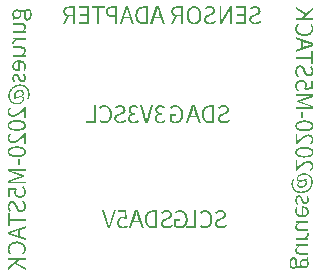
<source format=gbo>
G04 Layer: BottomSilkLayer*
G04 EasyEDA v6.3.22, 2020-01-03T19:35:36+01:00*
G04 9f626787e5d5468d8dcfaf528492fa1b,ba5f4a7848fa453cbffb73795f9272bb,10*
G04 Gerber Generator version 0.2*
G04 Scale: 100 percent, Rotated: No, Reflected: No *
G04 Dimensions in inches *
G04 leading zeros omitted , absolute positions ,2 integer and 4 decimal *
%FSLAX24Y24*%
%MOIN*%
G90*
G70D02*


%LPD*%

%LPD*%
G36*
G01X2390Y8936D02*
G01X2211Y8936D01*
G01X2182Y8934D01*
G01X2154Y8932D01*
G01X2128Y8927D01*
G01X2105Y8920D01*
G01X2084Y8911D01*
G01X2064Y8899D01*
G01X2048Y8885D01*
G01X2034Y8868D01*
G01X2023Y8848D01*
G01X2014Y8826D01*
G01X2009Y8801D01*
G01X2007Y8773D01*
G01X2009Y8750D01*
G01X2012Y8730D01*
G01X2017Y8711D01*
G01X2025Y8693D01*
G01X2034Y8678D01*
G01X2045Y8663D01*
G01X2057Y8650D01*
G01X2072Y8639D01*
G01X2088Y8629D01*
G01X2105Y8621D01*
G01X2123Y8614D01*
G01X2144Y8609D01*
G01X1992Y8350D01*
G01X2067Y8350D01*
G01X2213Y8603D01*
G01X2323Y8603D01*
G01X2323Y8350D01*
G01X2390Y8350D01*
G01X2390Y8936D01*
G37*

%LPC*%
G36*
G01X2323Y8882D02*
G01X2221Y8882D01*
G01X2187Y8880D01*
G01X2158Y8876D01*
G01X2133Y8868D01*
G01X2112Y8857D01*
G01X2096Y8842D01*
G01X2084Y8823D01*
G01X2077Y8800D01*
G01X2075Y8773D01*
G01X2077Y8745D01*
G01X2084Y8721D01*
G01X2096Y8701D01*
G01X2112Y8685D01*
G01X2133Y8673D01*
G01X2158Y8664D01*
G01X2187Y8658D01*
G01X2221Y8657D01*
G01X2323Y8657D01*
G01X2323Y8882D01*
G37*

%LPD*%
G36*
G01X2857Y8936D02*
G01X2523Y8936D01*
G01X2523Y8880D01*
G01X2790Y8880D01*
G01X2790Y8686D01*
G01X2565Y8686D01*
G01X2565Y8630D01*
G01X2790Y8630D01*
G01X2790Y8405D01*
G01X2515Y8405D01*
G01X2515Y8350D01*
G01X2857Y8350D01*
G01X2857Y8936D01*
G37*

%LPD*%
G36*
G01X3388Y8936D02*
G01X2963Y8936D01*
G01X2963Y8880D01*
G01X3142Y8880D01*
G01X3142Y8350D01*
G01X3209Y8350D01*
G01X3209Y8880D01*
G01X3388Y8880D01*
G01X3388Y8936D01*
G37*

%LPD*%
G36*
G01X3810Y8936D02*
G01X3647Y8936D01*
G01X3623Y8935D01*
G01X3600Y8933D01*
G01X3578Y8931D01*
G01X3558Y8927D01*
G01X3539Y8921D01*
G01X3521Y8915D01*
G01X3505Y8907D01*
G01X3489Y8898D01*
G01X3476Y8887D01*
G01X3464Y8875D01*
G01X3454Y8861D01*
G01X3446Y8845D01*
G01X3439Y8828D01*
G01X3435Y8809D01*
G01X3431Y8788D01*
G01X3431Y8743D01*
G01X3435Y8723D01*
G01X3439Y8704D01*
G01X3446Y8686D01*
G01X3454Y8670D01*
G01X3464Y8655D01*
G01X3476Y8642D01*
G01X3489Y8630D01*
G01X3504Y8620D01*
G01X3520Y8611D01*
G01X3538Y8603D01*
G01X3557Y8597D01*
G01X3577Y8592D01*
G01X3598Y8589D01*
G01X3621Y8587D01*
G01X3644Y8586D01*
G01X3743Y8586D01*
G01X3743Y8350D01*
G01X3810Y8350D01*
G01X3810Y8936D01*
G37*

%LPC*%
G36*
G01X3743Y8882D02*
G01X3657Y8882D01*
G01X3632Y8881D01*
G01X3608Y8879D01*
G01X3587Y8876D01*
G01X3568Y8871D01*
G01X3551Y8865D01*
G01X3536Y8857D01*
G01X3524Y8846D01*
G01X3514Y8835D01*
G01X3506Y8821D01*
G01X3500Y8805D01*
G01X3497Y8786D01*
G01X3496Y8765D01*
G01X3497Y8745D01*
G01X3500Y8726D01*
G01X3505Y8709D01*
G01X3513Y8694D01*
G01X3523Y8682D01*
G01X3535Y8670D01*
G01X3549Y8661D01*
G01X3566Y8653D01*
G01X3585Y8648D01*
G01X3606Y8644D01*
G01X3629Y8641D01*
G01X3655Y8640D01*
G01X3743Y8640D01*
G01X3743Y8882D01*
G37*

%LPD*%
G36*
G01X4168Y8936D02*
G01X4096Y8936D01*
G01X3896Y8350D01*
G01X3965Y8350D01*
G01X4023Y8534D01*
G01X4243Y8534D01*
G01X4302Y8350D01*
G01X4368Y8350D01*
G01X4168Y8936D01*
G37*

%LPC*%
G36*
G01X4135Y8880D02*
G01X4131Y8880D01*
G01X4124Y8854D01*
G01X4110Y8804D01*
G01X4102Y8780D01*
G01X4095Y8755D01*
G01X4087Y8731D01*
G01X4080Y8706D01*
G01X4040Y8586D01*
G01X4226Y8586D01*
G01X4196Y8682D01*
G01X4187Y8706D01*
G01X4180Y8730D01*
G01X4164Y8779D01*
G01X4143Y8854D01*
G01X4135Y8880D01*
G37*

%LPD*%
G36*
G01X4828Y8936D02*
G01X4685Y8936D01*
G01X4658Y8935D01*
G01X4633Y8932D01*
G01X4609Y8928D01*
G01X4587Y8923D01*
G01X4566Y8916D01*
G01X4546Y8907D01*
G01X4528Y8898D01*
G01X4511Y8886D01*
G01X4495Y8873D01*
G01X4481Y8859D01*
G01X4468Y8843D01*
G01X4456Y8826D01*
G01X4446Y8808D01*
G01X4436Y8788D01*
G01X4429Y8767D01*
G01X4423Y8746D01*
G01X4418Y8722D01*
G01X4414Y8697D01*
G01X4412Y8671D01*
G01X4411Y8644D01*
G01X4412Y8617D01*
G01X4414Y8592D01*
G01X4418Y8567D01*
G01X4422Y8543D01*
G01X4429Y8521D01*
G01X4436Y8500D01*
G01X4445Y8480D01*
G01X4456Y8461D01*
G01X4467Y8444D01*
G01X4480Y8428D01*
G01X4494Y8413D01*
G01X4510Y8400D01*
G01X4527Y8389D01*
G01X4546Y8378D01*
G01X4565Y8370D01*
G01X4586Y8363D01*
G01X4608Y8357D01*
G01X4632Y8353D01*
G01X4656Y8350D01*
G01X4828Y8350D01*
G01X4828Y8936D01*
G37*

%LPC*%
G36*
G01X4763Y8880D02*
G01X4664Y8880D01*
G01X4640Y8876D01*
G01X4618Y8871D01*
G01X4597Y8865D01*
G01X4578Y8856D01*
G01X4561Y8845D01*
G01X4545Y8833D01*
G01X4531Y8819D01*
G01X4519Y8803D01*
G01X4509Y8785D01*
G01X4500Y8766D01*
G01X4492Y8745D01*
G01X4487Y8722D01*
G01X4483Y8698D01*
G01X4480Y8672D01*
G01X4480Y8617D01*
G01X4483Y8591D01*
G01X4487Y8567D01*
G01X4492Y8544D01*
G01X4500Y8523D01*
G01X4509Y8503D01*
G01X4519Y8484D01*
G01X4531Y8468D01*
G01X4545Y8453D01*
G01X4561Y8440D01*
G01X4578Y8429D01*
G01X4597Y8420D01*
G01X4618Y8413D01*
G01X4640Y8408D01*
G01X4664Y8405D01*
G01X4690Y8403D01*
G01X4763Y8403D01*
G01X4763Y8880D01*
G37*

%LPD*%
G36*
G01X5188Y8936D02*
G01X5114Y8936D01*
G01X4914Y8350D01*
G01X4984Y8350D01*
G01X5043Y8534D01*
G01X5260Y8534D01*
G01X5321Y8350D01*
G01X5388Y8350D01*
G01X5188Y8936D01*
G37*

%LPC*%
G36*
G01X5153Y8880D02*
G01X5151Y8880D01*
G01X5143Y8854D01*
G01X5136Y8829D01*
G01X5128Y8804D01*
G01X5121Y8780D01*
G01X5113Y8755D01*
G01X5106Y8731D01*
G01X5098Y8706D01*
G01X5089Y8682D01*
G01X5060Y8586D01*
G01X5243Y8586D01*
G01X5214Y8682D01*
G01X5205Y8706D01*
G01X5197Y8730D01*
G01X5182Y8779D01*
G01X5161Y8854D01*
G01X5153Y8880D01*
G37*

%LPD*%
G36*
G01X5989Y8936D02*
G01X5810Y8936D01*
G01X5781Y8934D01*
G01X5754Y8932D01*
G01X5728Y8927D01*
G01X5705Y8920D01*
G01X5684Y8911D01*
G01X5664Y8899D01*
G01X5648Y8885D01*
G01X5634Y8868D01*
G01X5622Y8848D01*
G01X5614Y8826D01*
G01X5609Y8801D01*
G01X5607Y8773D01*
G01X5609Y8750D01*
G01X5612Y8730D01*
G01X5617Y8711D01*
G01X5625Y8693D01*
G01X5634Y8678D01*
G01X5645Y8663D01*
G01X5657Y8650D01*
G01X5672Y8639D01*
G01X5688Y8629D01*
G01X5705Y8621D01*
G01X5723Y8614D01*
G01X5743Y8609D01*
G01X5593Y8350D01*
G01X5668Y8350D01*
G01X5814Y8603D01*
G01X5923Y8603D01*
G01X5923Y8350D01*
G01X5989Y8350D01*
G01X5989Y8936D01*
G37*

%LPC*%
G36*
G01X5923Y8882D02*
G01X5821Y8882D01*
G01X5787Y8880D01*
G01X5758Y8876D01*
G01X5733Y8868D01*
G01X5712Y8857D01*
G01X5696Y8842D01*
G01X5684Y8823D01*
G01X5677Y8800D01*
G01X5675Y8773D01*
G01X5677Y8745D01*
G01X5684Y8721D01*
G01X5696Y8701D01*
G01X5712Y8685D01*
G01X5733Y8673D01*
G01X5758Y8664D01*
G01X5787Y8658D01*
G01X5821Y8657D01*
G01X5923Y8657D01*
G01X5923Y8882D01*
G37*

%LPD*%
G36*
G01X7280Y8936D02*
G01X7215Y8936D01*
G01X7215Y8350D01*
G01X7285Y8350D01*
G01X7505Y8728D01*
G01X7568Y8848D01*
G01X7572Y8848D01*
G01X7571Y8827D01*
G01X7569Y8783D01*
G01X7567Y8761D01*
G01X7565Y8716D01*
G01X7565Y8693D01*
G01X7564Y8671D01*
G01X7564Y8350D01*
G01X7627Y8350D01*
G01X7627Y8936D01*
G01X7560Y8936D01*
G01X7338Y8555D01*
G01X7275Y8436D01*
G01X7271Y8436D01*
G01X7273Y8480D01*
G01X7275Y8503D01*
G01X7277Y8527D01*
G01X7279Y8573D01*
G01X7279Y8596D01*
G01X7280Y8619D01*
G01X7280Y8936D01*
G37*

%LPD*%
G36*
G01X8094Y8936D02*
G01X7760Y8936D01*
G01X7760Y8880D01*
G01X8027Y8880D01*
G01X8027Y8686D01*
G01X7803Y8686D01*
G01X7803Y8630D01*
G01X8027Y8630D01*
G01X8027Y8405D01*
G01X7752Y8405D01*
G01X7752Y8350D01*
G01X8094Y8350D01*
G01X8094Y8936D01*
G37*

%LPD*%
G36*
G01X6388Y8945D02*
G01X6367Y8946D01*
G01X6345Y8945D01*
G01X6324Y8942D01*
G01X6304Y8938D01*
G01X6285Y8932D01*
G01X6266Y8925D01*
G01X6248Y8916D01*
G01X6216Y8894D01*
G01X6202Y8880D01*
G01X6188Y8865D01*
G01X6175Y8849D01*
G01X6164Y8831D01*
G01X6153Y8812D01*
G01X6144Y8792D01*
G01X6137Y8771D01*
G01X6130Y8748D01*
G01X6125Y8723D01*
G01X6122Y8698D01*
G01X6119Y8672D01*
G01X6118Y8644D01*
G01X6119Y8617D01*
G01X6122Y8590D01*
G01X6125Y8565D01*
G01X6130Y8541D01*
G01X6137Y8518D01*
G01X6144Y8496D01*
G01X6153Y8476D01*
G01X6164Y8456D01*
G01X6175Y8438D01*
G01X6188Y8422D01*
G01X6202Y8407D01*
G01X6216Y8393D01*
G01X6232Y8381D01*
G01X6248Y8370D01*
G01X6266Y8361D01*
G01X6285Y8353D01*
G01X6304Y8347D01*
G01X6324Y8343D01*
G01X6345Y8340D01*
G01X6388Y8340D01*
G01X6409Y8343D01*
G01X6429Y8347D01*
G01X6448Y8353D01*
G01X6466Y8361D01*
G01X6484Y8370D01*
G01X6501Y8381D01*
G01X6516Y8393D01*
G01X6531Y8407D01*
G01X6544Y8422D01*
G01X6557Y8438D01*
G01X6568Y8456D01*
G01X6588Y8496D01*
G01X6595Y8518D01*
G01X6602Y8541D01*
G01X6607Y8565D01*
G01X6610Y8590D01*
G01X6613Y8617D01*
G01X6614Y8644D01*
G01X6613Y8672D01*
G01X6610Y8698D01*
G01X6607Y8723D01*
G01X6602Y8748D01*
G01X6595Y8771D01*
G01X6588Y8792D01*
G01X6578Y8812D01*
G01X6568Y8831D01*
G01X6557Y8849D01*
G01X6544Y8865D01*
G01X6531Y8880D01*
G01X6516Y8894D01*
G01X6501Y8905D01*
G01X6484Y8916D01*
G01X6466Y8925D01*
G01X6448Y8932D01*
G01X6429Y8938D01*
G01X6409Y8942D01*
G01X6388Y8945D01*
G37*

%LPC*%
G36*
G01X6386Y8886D02*
G01X6367Y8888D01*
G01X6347Y8886D01*
G01X6327Y8883D01*
G01X6310Y8878D01*
G01X6292Y8871D01*
G01X6277Y8861D01*
G01X6262Y8850D01*
G01X6248Y8837D01*
G01X6236Y8822D01*
G01X6225Y8806D01*
G01X6215Y8787D01*
G01X6206Y8767D01*
G01X6199Y8746D01*
G01X6194Y8723D01*
G01X6190Y8698D01*
G01X6187Y8672D01*
G01X6186Y8644D01*
G01X6187Y8617D01*
G01X6190Y8591D01*
G01X6194Y8566D01*
G01X6199Y8543D01*
G01X6206Y8521D01*
G01X6215Y8501D01*
G01X6225Y8482D01*
G01X6236Y8465D01*
G01X6248Y8450D01*
G01X6262Y8436D01*
G01X6277Y8425D01*
G01X6292Y8415D01*
G01X6310Y8407D01*
G01X6327Y8402D01*
G01X6347Y8399D01*
G01X6367Y8398D01*
G01X6386Y8399D01*
G01X6405Y8402D01*
G01X6423Y8407D01*
G01X6440Y8415D01*
G01X6456Y8425D01*
G01X6471Y8436D01*
G01X6484Y8450D01*
G01X6497Y8465D01*
G01X6507Y8482D01*
G01X6517Y8501D01*
G01X6526Y8521D01*
G01X6533Y8543D01*
G01X6538Y8566D01*
G01X6542Y8591D01*
G01X6545Y8617D01*
G01X6546Y8644D01*
G01X6545Y8672D01*
G01X6542Y8698D01*
G01X6538Y8723D01*
G01X6533Y8746D01*
G01X6526Y8767D01*
G01X6517Y8787D01*
G01X6507Y8806D01*
G01X6497Y8822D01*
G01X6484Y8837D01*
G01X6471Y8850D01*
G01X6456Y8861D01*
G01X6440Y8871D01*
G01X6423Y8878D01*
G01X6405Y8883D01*
G01X6386Y8886D01*
G37*

%LPD*%
G36*
G01X6912Y8944D02*
G01X6886Y8946D01*
G01X6860Y8944D01*
G01X6835Y8940D01*
G01X6812Y8934D01*
G01X6789Y8925D01*
G01X6768Y8915D01*
G01X6749Y8903D01*
G01X6731Y8889D01*
G01X6715Y8873D01*
G01X6752Y8832D01*
G01X6765Y8844D01*
G01X6780Y8855D01*
G01X6795Y8864D01*
G01X6811Y8872D01*
G01X6829Y8879D01*
G01X6847Y8884D01*
G01X6866Y8886D01*
G01X6886Y8888D01*
G01X6911Y8886D01*
G01X6933Y8881D01*
G01X6952Y8873D01*
G01X6968Y8863D01*
G01X6982Y8850D01*
G01X6992Y8835D01*
G01X6997Y8817D01*
G01X7000Y8798D01*
G01X6997Y8777D01*
G01X6991Y8759D01*
G01X6981Y8744D01*
G01X6968Y8732D01*
G01X6953Y8721D01*
G01X6937Y8711D01*
G01X6919Y8703D01*
G01X6902Y8696D01*
G01X6818Y8659D01*
G01X6793Y8648D01*
G01X6770Y8635D01*
G01X6750Y8620D01*
G01X6731Y8603D01*
G01X6717Y8584D01*
G01X6705Y8561D01*
G01X6698Y8534D01*
G01X6696Y8503D01*
G01X6697Y8481D01*
G01X6702Y8459D01*
G01X6709Y8439D01*
G01X6720Y8420D01*
G01X6733Y8403D01*
G01X6749Y8387D01*
G01X6767Y8373D01*
G01X6788Y8361D01*
G01X6811Y8352D01*
G01X6836Y8345D01*
G01X6863Y8341D01*
G01X6893Y8340D01*
G01X6923Y8341D01*
G01X6952Y8346D01*
G01X6980Y8353D01*
G01X7006Y8363D01*
G01X7031Y8375D01*
G01X7054Y8390D01*
G01X7076Y8407D01*
G01X7096Y8426D01*
G01X7056Y8471D01*
G01X7039Y8455D01*
G01X7021Y8441D01*
G01X7002Y8428D01*
G01X6981Y8418D01*
G01X6960Y8409D01*
G01X6938Y8403D01*
G01X6915Y8399D01*
G01X6892Y8398D01*
G01X6863Y8399D01*
G01X6838Y8405D01*
G01X6816Y8414D01*
G01X6797Y8426D01*
G01X6783Y8440D01*
G01X6772Y8457D01*
G01X6766Y8477D01*
G01X6764Y8498D01*
G01X6765Y8520D01*
G01X6771Y8538D01*
G01X6780Y8554D01*
G01X6793Y8567D01*
G01X6807Y8578D01*
G01X6824Y8588D01*
G01X6843Y8597D01*
G01X6864Y8607D01*
G01X6947Y8644D01*
G01X6968Y8653D01*
G01X6989Y8665D01*
G01X7010Y8679D01*
G01X7028Y8695D01*
G01X7044Y8714D01*
G01X7056Y8737D01*
G01X7064Y8763D01*
G01X7068Y8792D01*
G01X7066Y8814D01*
G01X7061Y8835D01*
G01X7054Y8854D01*
G01X7044Y8872D01*
G01X7031Y8888D01*
G01X7016Y8902D01*
G01X6999Y8915D01*
G01X6980Y8926D01*
G01X6959Y8934D01*
G01X6936Y8940D01*
G01X6912Y8944D01*
G37*

%LPD*%
G36*
G01X8427Y8944D02*
G01X8402Y8946D01*
G01X8376Y8944D01*
G01X8351Y8940D01*
G01X8327Y8934D01*
G01X8305Y8925D01*
G01X8285Y8915D01*
G01X8265Y8903D01*
G01X8247Y8889D01*
G01X8231Y8873D01*
G01X8267Y8832D01*
G01X8280Y8844D01*
G01X8295Y8855D01*
G01X8310Y8864D01*
G01X8327Y8872D01*
G01X8344Y8879D01*
G01X8362Y8884D01*
G01X8381Y8886D01*
G01X8402Y8888D01*
G01X8426Y8886D01*
G01X8448Y8881D01*
G01X8468Y8873D01*
G01X8484Y8863D01*
G01X8497Y8850D01*
G01X8507Y8835D01*
G01X8513Y8817D01*
G01X8515Y8798D01*
G01X8513Y8777D01*
G01X8506Y8759D01*
G01X8496Y8744D01*
G01X8483Y8732D01*
G01X8468Y8721D01*
G01X8452Y8711D01*
G01X8435Y8703D01*
G01X8418Y8696D01*
G01X8332Y8659D01*
G01X8308Y8648D01*
G01X8285Y8635D01*
G01X8265Y8620D01*
G01X8247Y8603D01*
G01X8232Y8584D01*
G01X8221Y8561D01*
G01X8214Y8534D01*
G01X8211Y8503D01*
G01X8213Y8481D01*
G01X8218Y8459D01*
G01X8225Y8439D01*
G01X8236Y8420D01*
G01X8249Y8403D01*
G01X8264Y8387D01*
G01X8283Y8373D01*
G01X8303Y8361D01*
G01X8326Y8352D01*
G01X8351Y8345D01*
G01X8378Y8341D01*
G01X8407Y8340D01*
G01X8438Y8341D01*
G01X8468Y8346D01*
G01X8496Y8353D01*
G01X8522Y8363D01*
G01X8547Y8375D01*
G01X8570Y8390D01*
G01X8592Y8407D01*
G01X8611Y8426D01*
G01X8572Y8471D01*
G01X8555Y8455D01*
G01X8536Y8441D01*
G01X8517Y8428D01*
G01X8497Y8418D01*
G01X8475Y8409D01*
G01X8453Y8403D01*
G01X8431Y8399D01*
G01X8407Y8398D01*
G01X8379Y8399D01*
G01X8353Y8405D01*
G01X8331Y8414D01*
G01X8313Y8426D01*
G01X8298Y8440D01*
G01X8288Y8457D01*
G01X8281Y8477D01*
G01X8278Y8498D01*
G01X8281Y8520D01*
G01X8286Y8538D01*
G01X8295Y8554D01*
G01X8307Y8567D01*
G01X8322Y8578D01*
G01X8339Y8588D01*
G01X8358Y8597D01*
G01X8378Y8607D01*
G01X8464Y8644D01*
G01X8484Y8653D01*
G01X8505Y8665D01*
G01X8525Y8679D01*
G01X8543Y8695D01*
G01X8559Y8714D01*
G01X8572Y8737D01*
G01X8580Y8763D01*
G01X8582Y8792D01*
G01X8581Y8814D01*
G01X8576Y8835D01*
G01X8569Y8854D01*
G01X8559Y8872D01*
G01X8546Y8888D01*
G01X8531Y8902D01*
G01X8514Y8915D01*
G01X8495Y8926D01*
G01X8474Y8934D01*
G01X8451Y8940D01*
G01X8427Y8944D01*
G37*

%LPD*%

%LPD*%
G36*
G01X10114Y8703D02*
G01X9750Y8913D01*
G01X9750Y8840D01*
G01X10063Y8659D01*
G01X9939Y8555D01*
G01X9750Y8555D01*
G01X9750Y8488D01*
G01X10335Y8488D01*
G01X10335Y8555D01*
G01X10034Y8555D01*
G01X10034Y8557D01*
G01X10335Y8811D01*
G01X10335Y8886D01*
G01X10114Y8703D01*
G37*

%LPD*%
G36*
G01X9864Y8340D02*
G01X9823Y8378D01*
G01X9804Y8360D01*
G01X9788Y8341D01*
G01X9773Y8321D01*
G01X9761Y8300D01*
G01X9752Y8277D01*
G01X9745Y8253D01*
G01X9741Y8227D01*
G01X9739Y8200D01*
G01X9740Y8178D01*
G01X9743Y8157D01*
G01X9747Y8137D01*
G01X9753Y8118D01*
G01X9760Y8099D01*
G01X9769Y8081D01*
G01X9780Y8064D01*
G01X9792Y8048D01*
G01X9805Y8033D01*
G01X9820Y8019D01*
G01X9836Y8006D01*
G01X9854Y7994D01*
G01X9873Y7984D01*
G01X9893Y7975D01*
G01X9915Y7967D01*
G01X9938Y7960D01*
G01X9962Y7955D01*
G01X9988Y7951D01*
G01X10014Y7948D01*
G01X10070Y7948D01*
G01X10097Y7951D01*
G01X10122Y7955D01*
G01X10146Y7960D01*
G01X10169Y7967D01*
G01X10191Y7975D01*
G01X10211Y7984D01*
G01X10230Y7995D01*
G01X10248Y8007D01*
G01X10264Y8020D01*
G01X10280Y8034D01*
G01X10293Y8050D01*
G01X10305Y8066D01*
G01X10315Y8083D01*
G01X10325Y8101D01*
G01X10332Y8120D01*
G01X10338Y8140D01*
G01X10342Y8160D01*
G01X10345Y8182D01*
G01X10346Y8203D01*
G01X10344Y8230D01*
G01X10340Y8254D01*
G01X10333Y8277D01*
G01X10324Y8298D01*
G01X10313Y8317D01*
G01X10301Y8334D01*
G01X10288Y8350D01*
G01X10275Y8363D01*
G01X10231Y8326D01*
G01X10254Y8301D01*
G01X10272Y8273D01*
G01X10283Y8241D01*
G01X10288Y8205D01*
G01X10286Y8184D01*
G01X10283Y8164D01*
G01X10278Y8145D01*
G01X10271Y8127D01*
G01X10261Y8110D01*
G01X10250Y8095D01*
G01X10237Y8080D01*
G01X10222Y8067D01*
G01X10206Y8055D01*
G01X10187Y8045D01*
G01X10167Y8036D01*
G01X10145Y8029D01*
G01X10122Y8023D01*
G01X10097Y8019D01*
G01X10071Y8016D01*
G01X10043Y8015D01*
G01X10016Y8016D01*
G01X9989Y8019D01*
G01X9965Y8023D01*
G01X9941Y8028D01*
G01X9919Y8036D01*
G01X9899Y8044D01*
G01X9881Y8055D01*
G01X9864Y8066D01*
G01X9849Y8079D01*
G01X9835Y8093D01*
G01X9824Y8108D01*
G01X9815Y8125D01*
G01X9807Y8142D01*
G01X9802Y8161D01*
G01X9799Y8182D01*
G01X9797Y8203D01*
G01X9799Y8223D01*
G01X9802Y8243D01*
G01X9807Y8261D01*
G01X9815Y8279D01*
G01X9825Y8295D01*
G01X9836Y8311D01*
G01X9849Y8326D01*
G01X9864Y8340D01*
G37*

%LPD*%
G36*
G01X10335Y7705D02*
G01X9750Y7905D01*
G01X9750Y7836D01*
G01X9935Y7776D01*
G01X9935Y7559D01*
G01X9750Y7498D01*
G01X9750Y7432D01*
G01X10335Y7632D01*
G01X10335Y7705D01*
G37*

%LPC*%
G36*
G01X10081Y7730D02*
G01X9986Y7759D01*
G01X9986Y7576D01*
G01X10081Y7605D01*
G01X10106Y7614D01*
G01X10131Y7621D01*
G01X10179Y7637D01*
G01X10254Y7658D01*
G01X10280Y7665D01*
G01X10280Y7669D01*
G01X10254Y7676D01*
G01X10229Y7683D01*
G01X10204Y7691D01*
G01X10180Y7698D01*
G01X10155Y7706D01*
G01X10131Y7713D01*
G01X10106Y7721D01*
G01X10081Y7730D01*
G37*

%LPD*%
G36*
G01X10335Y7440D02*
G01X10280Y7440D01*
G01X10280Y7259D01*
G01X9750Y7259D01*
G01X9750Y7192D01*
G01X10280Y7192D01*
G01X10280Y7015D01*
G01X10335Y7015D01*
G01X10335Y7440D01*
G37*

%LPD*%
G36*
G01X9934Y6969D02*
G01X9903Y6971D01*
G01X9881Y6970D01*
G01X9860Y6965D01*
G01X9839Y6958D01*
G01X9820Y6947D01*
G01X9803Y6934D01*
G01X9787Y6918D01*
G01X9773Y6900D01*
G01X9761Y6879D01*
G01X9752Y6856D01*
G01X9745Y6831D01*
G01X9741Y6804D01*
G01X9739Y6775D01*
G01X9741Y6744D01*
G01X9746Y6715D01*
G01X9753Y6687D01*
G01X9763Y6661D01*
G01X9775Y6636D01*
G01X9790Y6613D01*
G01X9807Y6591D01*
G01X9827Y6571D01*
G01X9872Y6611D01*
G01X9856Y6628D01*
G01X9841Y6646D01*
G01X9828Y6665D01*
G01X9818Y6686D01*
G01X9809Y6707D01*
G01X9803Y6729D01*
G01X9799Y6752D01*
G01X9797Y6776D01*
G01X9799Y6804D01*
G01X9805Y6829D01*
G01X9814Y6851D01*
G01X9826Y6869D01*
G01X9840Y6884D01*
G01X9857Y6895D01*
G01X9877Y6901D01*
G01X9898Y6903D01*
G01X9920Y6901D01*
G01X9939Y6896D01*
G01X9954Y6887D01*
G01X9967Y6875D01*
G01X9978Y6860D01*
G01X9988Y6843D01*
G01X9997Y6824D01*
G01X10006Y6803D01*
G01X10043Y6719D01*
G01X10053Y6698D01*
G01X10065Y6678D01*
G01X10079Y6657D01*
G01X10095Y6639D01*
G01X10114Y6623D01*
G01X10137Y6611D01*
G01X10163Y6603D01*
G01X10193Y6600D01*
G01X10214Y6601D01*
G01X10235Y6606D01*
G01X10254Y6613D01*
G01X10272Y6623D01*
G01X10288Y6636D01*
G01X10302Y6651D01*
G01X10315Y6668D01*
G01X10326Y6687D01*
G01X10334Y6708D01*
G01X10340Y6731D01*
G01X10344Y6755D01*
G01X10346Y6780D01*
G01X10344Y6807D01*
G01X10340Y6832D01*
G01X10334Y6855D01*
G01X10325Y6878D01*
G01X10315Y6898D01*
G01X10302Y6918D01*
G01X10289Y6936D01*
G01X10273Y6951D01*
G01X10231Y6915D01*
G01X10244Y6902D01*
G01X10255Y6887D01*
G01X10264Y6872D01*
G01X10272Y6855D01*
G01X10279Y6838D01*
G01X10284Y6820D01*
G01X10286Y6801D01*
G01X10288Y6780D01*
G01X10286Y6756D01*
G01X10281Y6734D01*
G01X10273Y6715D01*
G01X10263Y6698D01*
G01X10250Y6685D01*
G01X10235Y6676D01*
G01X10217Y6669D01*
G01X10197Y6667D01*
G01X10177Y6670D01*
G01X10159Y6676D01*
G01X10144Y6686D01*
G01X10131Y6699D01*
G01X10121Y6714D01*
G01X10111Y6730D01*
G01X10103Y6748D01*
G01X10096Y6765D01*
G01X10060Y6850D01*
G01X10048Y6874D01*
G01X10035Y6897D01*
G01X10020Y6917D01*
G01X10003Y6936D01*
G01X9984Y6951D01*
G01X9960Y6962D01*
G01X9934Y6969D01*
G37*

%LPD*%
G36*
G01X9970Y6488D02*
G01X9939Y6490D01*
G01X9909Y6488D01*
G01X9880Y6482D01*
G01X9854Y6474D01*
G01X9831Y6462D01*
G01X9810Y6448D01*
G01X9792Y6431D01*
G01X9776Y6413D01*
G01X9763Y6393D01*
G01X9753Y6371D01*
G01X9746Y6348D01*
G01X9741Y6325D01*
G01X9739Y6301D01*
G01X9741Y6268D01*
G01X9746Y6239D01*
G01X9753Y6213D01*
G01X9763Y6189D01*
G01X9775Y6168D01*
G01X9788Y6148D01*
G01X9802Y6131D01*
G01X9817Y6115D01*
G01X9860Y6148D01*
G01X9847Y6162D01*
G01X9835Y6176D01*
G01X9824Y6192D01*
G01X9814Y6209D01*
G01X9806Y6227D01*
G01X9799Y6248D01*
G01X9795Y6271D01*
G01X9793Y6296D01*
G01X9796Y6321D01*
G01X9804Y6345D01*
G01X9816Y6367D01*
G01X9832Y6386D01*
G01X9853Y6401D01*
G01X9878Y6413D01*
G01X9906Y6421D01*
G01X9938Y6423D01*
G01X9968Y6421D01*
G01X9995Y6415D01*
G01X10019Y6404D01*
G01X10039Y6390D01*
G01X10055Y6371D01*
G01X10066Y6350D01*
G01X10073Y6326D01*
G01X10076Y6298D01*
G01X10073Y6271D01*
G01X10067Y6246D01*
G01X10056Y6223D01*
G01X10040Y6200D01*
G01X10064Y6163D01*
G01X10335Y6182D01*
G01X10335Y6461D01*
G01X10280Y6461D01*
G01X10280Y6240D01*
G01X10102Y6223D01*
G01X10112Y6244D01*
G01X10120Y6265D01*
G01X10125Y6288D01*
G01X10127Y6315D01*
G01X10125Y6338D01*
G01X10122Y6361D01*
G01X10115Y6383D01*
G01X10107Y6403D01*
G01X10095Y6421D01*
G01X10081Y6438D01*
G01X10065Y6453D01*
G01X10045Y6466D01*
G01X10023Y6476D01*
G01X9998Y6483D01*
G01X9970Y6488D01*
G37*

%LPD*%
G36*
G01X10335Y6011D02*
G01X9750Y6011D01*
G01X9750Y5951D01*
G01X10128Y5951D01*
G01X10172Y5953D01*
G01X10194Y5955D01*
G01X10217Y5956D01*
G01X10238Y5957D01*
G01X10257Y5959D01*
G01X10257Y5955D01*
G01X10125Y5909D01*
G01X9810Y5794D01*
G01X9810Y5748D01*
G01X10125Y5634D01*
G01X10257Y5588D01*
G01X10257Y5584D01*
G01X10238Y5585D01*
G01X10217Y5586D01*
G01X10194Y5588D01*
G01X10128Y5591D01*
G01X10107Y5591D01*
G01X10088Y5592D01*
G01X9750Y5592D01*
G01X9750Y5532D01*
G01X10335Y5532D01*
G01X10335Y5613D01*
G01X10015Y5728D01*
G01X9984Y5740D01*
G01X9953Y5750D01*
G01X9922Y5761D01*
G01X9890Y5771D01*
G01X9890Y5776D01*
G01X9922Y5786D01*
G01X9953Y5796D01*
G01X10015Y5815D01*
G01X10335Y5930D01*
G01X10335Y6011D01*
G37*

%LPD*%
G36*
G01X9998Y5415D02*
G01X9947Y5415D01*
G01X9947Y5213D01*
G01X9998Y5213D01*
G01X9998Y5415D01*
G37*

%LPD*%
G36*
G01X10081Y5135D02*
G01X10044Y5136D01*
G01X10007Y5135D01*
G01X9972Y5132D01*
G01X9940Y5128D01*
G01X9910Y5123D01*
G01X9883Y5116D01*
G01X9858Y5108D01*
G01X9835Y5098D01*
G01X9815Y5087D01*
G01X9797Y5075D01*
G01X9782Y5061D01*
G01X9769Y5047D01*
G01X9758Y5031D01*
G01X9750Y5014D01*
G01X9744Y4996D01*
G01X9741Y4977D01*
G01X9739Y4957D01*
G01X9741Y4936D01*
G01X9744Y4917D01*
G01X9750Y4899D01*
G01X9758Y4882D01*
G01X9769Y4866D01*
G01X9782Y4851D01*
G01X9797Y4838D01*
G01X9815Y4825D01*
G01X9835Y4814D01*
G01X9858Y4805D01*
G01X9883Y4796D01*
G01X9910Y4789D01*
G01X9940Y4784D01*
G01X9972Y4780D01*
G01X10007Y4777D01*
G01X10044Y4776D01*
G01X10081Y4777D01*
G01X10116Y4780D01*
G01X10148Y4784D01*
G01X10177Y4789D01*
G01X10204Y4796D01*
G01X10229Y4805D01*
G01X10251Y4814D01*
G01X10271Y4825D01*
G01X10289Y4838D01*
G01X10304Y4851D01*
G01X10317Y4866D01*
G01X10327Y4882D01*
G01X10335Y4899D01*
G01X10341Y4917D01*
G01X10344Y4936D01*
G01X10346Y4957D01*
G01X10344Y4977D01*
G01X10341Y4996D01*
G01X10335Y5014D01*
G01X10327Y5031D01*
G01X10317Y5047D01*
G01X10304Y5061D01*
G01X10289Y5075D01*
G01X10271Y5087D01*
G01X10251Y5098D01*
G01X10229Y5108D01*
G01X10204Y5116D01*
G01X10177Y5123D01*
G01X10148Y5128D01*
G01X10116Y5132D01*
G01X10081Y5135D01*
G37*

%LPC*%
G36*
G01X10085Y5071D02*
G01X10003Y5071D01*
G01X9965Y5068D01*
G01X9931Y5063D01*
G01X9902Y5057D01*
G01X9875Y5049D01*
G01X9853Y5040D01*
G01X9834Y5029D01*
G01X9818Y5017D01*
G01X9806Y5003D01*
G01X9798Y4989D01*
G01X9793Y4973D01*
G01X9792Y4957D01*
G01X9793Y4940D01*
G01X9798Y4924D01*
G01X9806Y4909D01*
G01X9818Y4896D01*
G01X9834Y4883D01*
G01X9853Y4872D01*
G01X9875Y4863D01*
G01X9902Y4855D01*
G01X9931Y4848D01*
G01X9965Y4843D01*
G01X10003Y4840D01*
G01X10085Y4840D01*
G01X10122Y4843D01*
G01X10155Y4848D01*
G01X10185Y4855D01*
G01X10210Y4863D01*
G01X10233Y4872D01*
G01X10251Y4883D01*
G01X10266Y4896D01*
G01X10278Y4909D01*
G01X10286Y4924D01*
G01X10291Y4940D01*
G01X10293Y4957D01*
G01X10291Y4973D01*
G01X10286Y4989D01*
G01X10278Y5003D01*
G01X10266Y5017D01*
G01X10251Y5029D01*
G01X10233Y5040D01*
G01X10210Y5049D01*
G01X10185Y5057D01*
G01X10155Y5063D01*
G01X10122Y5068D01*
G01X10085Y5071D01*
G37*

%LPD*%
G36*
G01X9806Y4696D02*
G01X9750Y4696D01*
G01X9750Y4334D01*
G01X9789Y4334D01*
G01X9813Y4361D01*
G01X9859Y4411D01*
G01X9903Y4455D01*
G01X9924Y4474D01*
G01X9944Y4492D01*
G01X9965Y4509D01*
G01X9984Y4525D01*
G01X10003Y4539D01*
G01X10022Y4551D01*
G01X10040Y4562D01*
G01X10058Y4572D01*
G01X10092Y4588D01*
G01X10109Y4593D01*
G01X10125Y4598D01*
G01X10141Y4601D01*
G01X10156Y4603D01*
G01X10172Y4603D01*
G01X10197Y4602D01*
G01X10219Y4597D01*
G01X10240Y4588D01*
G01X10258Y4576D01*
G01X10272Y4561D01*
G01X10283Y4542D01*
G01X10290Y4519D01*
G01X10293Y4492D01*
G01X10291Y4475D01*
G01X10287Y4457D01*
G01X10281Y4440D01*
G01X10273Y4424D01*
G01X10263Y4409D01*
G01X10251Y4394D01*
G01X10238Y4381D01*
G01X10223Y4367D01*
G01X10260Y4330D01*
G01X10278Y4347D01*
G01X10295Y4366D01*
G01X10310Y4385D01*
G01X10322Y4405D01*
G01X10332Y4426D01*
G01X10339Y4449D01*
G01X10344Y4473D01*
G01X10346Y4500D01*
G01X10344Y4525D01*
G01X10340Y4548D01*
G01X10334Y4570D01*
G01X10324Y4589D01*
G01X10313Y4607D01*
G01X10299Y4623D01*
G01X10283Y4636D01*
G01X10265Y4647D01*
G01X10245Y4656D01*
G01X10223Y4662D01*
G01X10200Y4666D01*
G01X10175Y4667D01*
G01X10157Y4667D01*
G01X10139Y4665D01*
G01X10103Y4657D01*
G01X10085Y4651D01*
G01X10067Y4644D01*
G01X10048Y4636D01*
G01X10030Y4626D01*
G01X10012Y4615D01*
G01X9993Y4603D01*
G01X9975Y4591D01*
G01X9956Y4577D01*
G01X9937Y4562D01*
G01X9918Y4546D01*
G01X9899Y4529D01*
G01X9880Y4511D01*
G01X9860Y4493D01*
G01X9840Y4473D01*
G01X9821Y4453D01*
G01X9801Y4432D01*
G01X9802Y4456D01*
G01X9804Y4481D01*
G01X9805Y4505D01*
G01X9806Y4528D01*
G01X9806Y4696D01*
G37*

%LPD*%
G36*
G01X10081Y4256D02*
G01X10044Y4257D01*
G01X10007Y4256D01*
G01X9972Y4253D01*
G01X9940Y4250D01*
G01X9910Y4244D01*
G01X9883Y4237D01*
G01X9858Y4229D01*
G01X9835Y4219D01*
G01X9815Y4208D01*
G01X9797Y4196D01*
G01X9782Y4183D01*
G01X9769Y4168D01*
G01X9758Y4152D01*
G01X9750Y4136D01*
G01X9744Y4117D01*
G01X9741Y4098D01*
G01X9739Y4078D01*
G01X9741Y4058D01*
G01X9744Y4039D01*
G01X9750Y4021D01*
G01X9758Y4003D01*
G01X9769Y3988D01*
G01X9782Y3973D01*
G01X9797Y3959D01*
G01X9815Y3947D01*
G01X9835Y3936D01*
G01X9858Y3926D01*
G01X9883Y3918D01*
G01X9910Y3911D01*
G01X9940Y3905D01*
G01X9972Y3902D01*
G01X10007Y3899D01*
G01X10044Y3898D01*
G01X10081Y3899D01*
G01X10116Y3902D01*
G01X10148Y3905D01*
G01X10177Y3911D01*
G01X10204Y3918D01*
G01X10229Y3926D01*
G01X10251Y3936D01*
G01X10271Y3947D01*
G01X10289Y3959D01*
G01X10304Y3973D01*
G01X10317Y3988D01*
G01X10327Y4003D01*
G01X10335Y4021D01*
G01X10341Y4039D01*
G01X10344Y4058D01*
G01X10346Y4078D01*
G01X10344Y4098D01*
G01X10341Y4117D01*
G01X10335Y4136D01*
G01X10327Y4152D01*
G01X10317Y4168D01*
G01X10304Y4183D01*
G01X10289Y4196D01*
G01X10271Y4208D01*
G01X10251Y4219D01*
G01X10229Y4229D01*
G01X10204Y4237D01*
G01X10177Y4244D01*
G01X10148Y4250D01*
G01X10116Y4253D01*
G01X10081Y4256D01*
G37*

%LPC*%
G36*
G01X10085Y4192D02*
G01X10044Y4194D01*
G01X10003Y4192D01*
G01X9965Y4190D01*
G01X9931Y4185D01*
G01X9902Y4179D01*
G01X9875Y4171D01*
G01X9853Y4162D01*
G01X9834Y4151D01*
G01X9818Y4139D01*
G01X9806Y4126D01*
G01X9798Y4111D01*
G01X9793Y4095D01*
G01X9792Y4078D01*
G01X9793Y4061D01*
G01X9798Y4046D01*
G01X9806Y4031D01*
G01X9818Y4017D01*
G01X9834Y4005D01*
G01X9853Y3994D01*
G01X9875Y3984D01*
G01X9902Y3976D01*
G01X9931Y3970D01*
G01X9965Y3965D01*
G01X10003Y3963D01*
G01X10044Y3961D01*
G01X10085Y3963D01*
G01X10122Y3965D01*
G01X10155Y3970D01*
G01X10185Y3976D01*
G01X10210Y3984D01*
G01X10233Y3994D01*
G01X10251Y4005D01*
G01X10266Y4017D01*
G01X10278Y4031D01*
G01X10286Y4046D01*
G01X10291Y4061D01*
G01X10293Y4078D01*
G01X10291Y4095D01*
G01X10286Y4111D01*
G01X10278Y4126D01*
G01X10266Y4139D01*
G01X10251Y4151D01*
G01X10233Y4162D01*
G01X10210Y4171D01*
G01X10185Y4179D01*
G01X10155Y4185D01*
G01X10122Y4190D01*
G01X10085Y4192D01*
G37*

%LPD*%
G36*
G01X9806Y3817D02*
G01X9750Y3817D01*
G01X9750Y3455D01*
G01X9789Y3455D01*
G01X9813Y3483D01*
G01X9836Y3509D01*
G01X9859Y3533D01*
G01X9881Y3555D01*
G01X9903Y3576D01*
G01X9924Y3596D01*
G01X9944Y3615D01*
G01X9965Y3631D01*
G01X9984Y3647D01*
G01X10003Y3661D01*
G01X10022Y3673D01*
G01X10040Y3684D01*
G01X10058Y3694D01*
G01X10075Y3703D01*
G01X10092Y3710D01*
G01X10109Y3715D01*
G01X10125Y3720D01*
G01X10141Y3723D01*
G01X10156Y3725D01*
G01X10172Y3726D01*
G01X10197Y3724D01*
G01X10219Y3719D01*
G01X10240Y3711D01*
G01X10258Y3698D01*
G01X10272Y3683D01*
G01X10283Y3664D01*
G01X10290Y3641D01*
G01X10293Y3615D01*
G01X10291Y3596D01*
G01X10287Y3579D01*
G01X10281Y3562D01*
G01X10273Y3546D01*
G01X10263Y3531D01*
G01X10251Y3517D01*
G01X10238Y3503D01*
G01X10223Y3490D01*
G01X10260Y3451D01*
G01X10278Y3469D01*
G01X10295Y3488D01*
G01X10310Y3507D01*
G01X10322Y3527D01*
G01X10332Y3548D01*
G01X10339Y3571D01*
G01X10344Y3595D01*
G01X10346Y3621D01*
G01X10344Y3647D01*
G01X10340Y3670D01*
G01X10334Y3692D01*
G01X10324Y3711D01*
G01X10313Y3729D01*
G01X10299Y3744D01*
G01X10283Y3758D01*
G01X10265Y3769D01*
G01X10245Y3778D01*
G01X10223Y3784D01*
G01X10200Y3788D01*
G01X10175Y3790D01*
G01X10157Y3789D01*
G01X10139Y3787D01*
G01X10103Y3779D01*
G01X10085Y3773D01*
G01X10067Y3765D01*
G01X10048Y3757D01*
G01X10030Y3748D01*
G01X10012Y3737D01*
G01X9993Y3725D01*
G01X9975Y3712D01*
G01X9937Y3684D01*
G01X9918Y3667D01*
G01X9899Y3651D01*
G01X9880Y3633D01*
G01X9840Y3595D01*
G01X9821Y3575D01*
G01X9801Y3553D01*
G01X9802Y3577D01*
G01X9804Y3602D01*
G01X9806Y3650D01*
G01X9806Y3817D01*
G37*

%LPD*%
G36*
G01X10056Y3373D02*
G01X10002Y3373D01*
G01X9976Y3369D01*
G01X9951Y3364D01*
G01X9928Y3357D01*
G01X9907Y3349D01*
G01X9888Y3339D01*
G01X9871Y3328D01*
G01X9855Y3316D01*
G01X9841Y3303D01*
G01X9829Y3289D01*
G01X9819Y3275D01*
G01X9810Y3260D01*
G01X9804Y3245D01*
G01X9799Y3230D01*
G01X9797Y3215D01*
G01X9796Y3200D01*
G01X9800Y3165D01*
G01X9812Y3137D01*
G01X9833Y3117D01*
G01X9863Y3107D01*
G01X9839Y3082D01*
G01X9819Y3056D01*
G01X9806Y3027D01*
G01X9801Y2998D01*
G01X9802Y2976D01*
G01X9809Y2956D01*
G01X9819Y2938D01*
G01X9833Y2922D01*
G01X9851Y2909D01*
G01X9873Y2900D01*
G01X9898Y2894D01*
G01X9927Y2892D01*
G01X9950Y2893D01*
G01X9974Y2897D01*
G01X9998Y2903D01*
G01X10021Y2913D01*
G01X10043Y2924D01*
G01X10064Y2938D01*
G01X10083Y2953D01*
G01X10099Y2971D01*
G01X10113Y2992D01*
G01X10123Y3013D01*
G01X10129Y3037D01*
G01X10131Y3063D01*
G01X10129Y3084D01*
G01X10121Y3103D01*
G01X10107Y3120D01*
G01X10088Y3134D01*
G01X10088Y3136D01*
G01X10123Y3144D01*
G01X10123Y3190D01*
G01X9923Y3150D01*
G01X9901Y3148D01*
G01X9882Y3150D01*
G01X9867Y3154D01*
G01X9856Y3162D01*
G01X9847Y3173D01*
G01X9842Y3187D01*
G01X9840Y3205D01*
G01X9842Y3219D01*
G01X9846Y3233D01*
G01X9853Y3247D01*
G01X9863Y3261D01*
G01X9875Y3274D01*
G01X9890Y3286D01*
G01X9907Y3298D01*
G01X9927Y3307D01*
G01X9948Y3315D01*
G01X9973Y3321D01*
G01X9999Y3325D01*
G01X10027Y3326D01*
G01X10055Y3326D01*
G01X10081Y3323D01*
G01X10129Y3311D01*
G01X10151Y3301D01*
G01X10172Y3290D01*
G01X10191Y3278D01*
G01X10208Y3263D01*
G01X10224Y3246D01*
G01X10238Y3228D01*
G01X10250Y3208D01*
G01X10260Y3186D01*
G01X10268Y3162D01*
G01X10274Y3136D01*
G01X10277Y3109D01*
G01X10278Y3080D01*
G01X10278Y3059D01*
G01X10276Y3040D01*
G01X10272Y3020D01*
G01X10268Y3001D01*
G01X10254Y2963D01*
G01X10245Y2945D01*
G01X10235Y2927D01*
G01X10224Y2910D01*
G01X10212Y2893D01*
G01X10199Y2878D01*
G01X10169Y2848D01*
G01X10152Y2835D01*
G01X10134Y2823D01*
G01X10115Y2811D01*
G01X10096Y2801D01*
G01X10075Y2792D01*
G01X10053Y2784D01*
G01X10031Y2778D01*
G01X10008Y2773D01*
G01X9984Y2769D01*
G01X9958Y2766D01*
G01X9932Y2765D01*
G01X9907Y2766D01*
G01X9883Y2769D01*
G01X9860Y2773D01*
G01X9838Y2778D01*
G01X9817Y2786D01*
G01X9797Y2794D01*
G01X9778Y2804D01*
G01X9761Y2815D01*
G01X9745Y2828D01*
G01X9731Y2841D01*
G01X9717Y2856D01*
G01X9705Y2872D01*
G01X9694Y2889D01*
G01X9685Y2907D01*
G01X9677Y2925D01*
G01X9670Y2945D01*
G01X9665Y2965D01*
G01X9661Y2987D01*
G01X9659Y3009D01*
G01X9659Y3052D01*
G01X9661Y3072D01*
G01X9665Y3092D01*
G01X9670Y3110D01*
G01X9676Y3128D01*
G01X9683Y3145D01*
G01X9691Y3162D01*
G01X9700Y3178D01*
G01X9660Y3196D01*
G01X9649Y3176D01*
G01X9639Y3156D01*
G01X9631Y3136D01*
G01X9625Y3115D01*
G01X9620Y3094D01*
G01X9616Y3072D01*
G01X9614Y3050D01*
G01X9614Y3006D01*
G01X9616Y2984D01*
G01X9619Y2964D01*
G01X9623Y2944D01*
G01X9628Y2924D01*
G01X9634Y2905D01*
G01X9642Y2886D01*
G01X9650Y2869D01*
G01X9660Y2852D01*
G01X9682Y2820D01*
G01X9695Y2806D01*
G01X9709Y2792D01*
G01X9724Y2780D01*
G01X9740Y2768D01*
G01X9757Y2757D01*
G01X9775Y2748D01*
G01X9794Y2740D01*
G01X9815Y2732D01*
G01X9836Y2726D01*
G01X9858Y2722D01*
G01X9881Y2718D01*
G01X9905Y2716D01*
G01X9931Y2715D01*
G01X9956Y2716D01*
G01X9980Y2718D01*
G01X10004Y2721D01*
G01X10027Y2726D01*
G01X10049Y2731D01*
G01X10071Y2738D01*
G01X10092Y2746D01*
G01X10112Y2754D01*
G01X10131Y2764D01*
G01X10150Y2775D01*
G01X10168Y2786D01*
G01X10185Y2799D01*
G01X10201Y2812D01*
G01X10216Y2826D01*
G01X10230Y2841D01*
G01X10243Y2856D01*
G01X10256Y2873D01*
G01X10278Y2907D01*
G01X10296Y2943D01*
G01X10303Y2962D01*
G01X10309Y2982D01*
G01X10314Y3001D01*
G01X10318Y3021D01*
G01X10321Y3042D01*
G01X10323Y3063D01*
G01X10323Y3110D01*
G01X10320Y3135D01*
G01X10316Y3159D01*
G01X10310Y3182D01*
G01X10302Y3204D01*
G01X10293Y3225D01*
G01X10282Y3245D01*
G01X10271Y3263D01*
G01X10257Y3280D01*
G01X10242Y3296D01*
G01X10226Y3310D01*
G01X10209Y3323D01*
G01X10171Y3345D01*
G01X10150Y3353D01*
G01X10128Y3361D01*
G01X10105Y3366D01*
G01X10081Y3370D01*
G01X10056Y3373D01*
G37*

%LPC*%
G36*
G01X10065Y3108D02*
G01X10047Y3121D01*
G01X9902Y3096D01*
G01X9877Y3072D01*
G01X9860Y3050D01*
G01X9851Y3030D01*
G01X9847Y3009D01*
G01X9852Y2984D01*
G01X9867Y2963D01*
G01X9892Y2950D01*
G01X9931Y2944D01*
G01X9957Y2946D01*
G01X9984Y2953D01*
G01X10010Y2963D01*
G01X10033Y2976D01*
G01X10054Y2993D01*
G01X10070Y3013D01*
G01X10081Y3036D01*
G01X10085Y3061D01*
G01X10083Y3079D01*
G01X10076Y3094D01*
G01X10065Y3108D01*
G37*

%LPD*%
G36*
G01X9894Y2638D02*
G01X9865Y2642D01*
G01X9840Y2639D01*
G01X9817Y2632D01*
G01X9795Y2619D01*
G01X9777Y2602D01*
G01X9761Y2580D01*
G01X9750Y2554D01*
G01X9742Y2523D01*
G01X9739Y2488D01*
G01X9741Y2465D01*
G01X9744Y2442D01*
G01X9749Y2420D01*
G01X9756Y2399D01*
G01X9765Y2379D01*
G01X9775Y2360D01*
G01X9786Y2343D01*
G01X9798Y2326D01*
G01X9843Y2359D01*
G01X9821Y2388D01*
G01X9805Y2418D01*
G01X9794Y2452D01*
G01X9790Y2490D01*
G01X9796Y2529D01*
G01X9811Y2557D01*
G01X9834Y2574D01*
G01X9863Y2580D01*
G01X9879Y2577D01*
G01X9893Y2571D01*
G01X9905Y2561D01*
G01X9915Y2547D01*
G01X9925Y2532D01*
G01X9933Y2515D01*
G01X9940Y2497D01*
G01X9947Y2478D01*
G01X9956Y2455D01*
G01X9966Y2432D01*
G01X9977Y2411D01*
G01X9990Y2391D01*
G01X10006Y2375D01*
G01X10025Y2362D01*
G01X10046Y2353D01*
G01X10072Y2351D01*
G01X10096Y2353D01*
G01X10119Y2360D01*
G01X10140Y2372D01*
G01X10157Y2389D01*
G01X10172Y2410D01*
G01X10183Y2435D01*
G01X10190Y2464D01*
G01X10193Y2498D01*
G01X10189Y2535D01*
G01X10179Y2570D01*
G01X10163Y2601D01*
G01X10144Y2628D01*
G01X10102Y2596D01*
G01X10117Y2574D01*
G01X10129Y2551D01*
G01X10138Y2525D01*
G01X10140Y2498D01*
G01X10135Y2460D01*
G01X10121Y2434D01*
G01X10101Y2419D01*
G01X10076Y2413D01*
G01X10047Y2421D01*
G01X10027Y2442D01*
G01X10011Y2472D01*
G01X9997Y2507D01*
G01X9988Y2532D01*
G01X9978Y2555D01*
G01X9966Y2578D01*
G01X9953Y2598D01*
G01X9937Y2616D01*
G01X9917Y2630D01*
G01X9894Y2638D01*
G37*

%LPD*%
G36*
G01X9990Y2267D02*
G01X9969Y2267D01*
G01X9960Y2265D01*
G01X9952Y2263D01*
G01X9952Y1969D01*
G01X9928Y1971D01*
G01X9906Y1975D01*
G01X9886Y1981D01*
G01X9867Y1990D01*
G01X9851Y2000D01*
G01X9835Y2012D01*
G01X9822Y2026D01*
G01X9812Y2041D01*
G01X9803Y2058D01*
G01X9797Y2076D01*
G01X9793Y2096D01*
G01X9792Y2117D01*
G01X9794Y2147D01*
G01X9801Y2176D01*
G01X9812Y2202D01*
G01X9827Y2226D01*
G01X9784Y2251D01*
G01X9775Y2236D01*
G01X9767Y2221D01*
G01X9759Y2205D01*
G01X9752Y2188D01*
G01X9747Y2170D01*
G01X9743Y2151D01*
G01X9740Y2130D01*
G01X9739Y2109D01*
G01X9740Y2088D01*
G01X9743Y2067D01*
G01X9748Y2048D01*
G01X9755Y2029D01*
G01X9763Y2011D01*
G01X9773Y1994D01*
G01X9785Y1978D01*
G01X9799Y1964D01*
G01X9815Y1950D01*
G01X9831Y1938D01*
G01X9850Y1928D01*
G01X9870Y1920D01*
G01X9892Y1913D01*
G01X9915Y1908D01*
G01X9939Y1905D01*
G01X9965Y1903D01*
G01X9991Y1905D01*
G01X10015Y1908D01*
G01X10039Y1913D01*
G01X10060Y1920D01*
G01X10080Y1928D01*
G01X10099Y1938D01*
G01X10116Y1950D01*
G01X10131Y1963D01*
G01X10145Y1977D01*
G01X10157Y1992D01*
G01X10168Y2008D01*
G01X10177Y2025D01*
G01X10184Y2042D01*
G01X10189Y2060D01*
G01X10192Y2078D01*
G01X10193Y2096D01*
G01X10191Y2123D01*
G01X10186Y2147D01*
G01X10178Y2169D01*
G01X10168Y2189D01*
G01X10155Y2207D01*
G01X10138Y2223D01*
G01X10120Y2236D01*
G01X10098Y2247D01*
G01X10075Y2256D01*
G01X10049Y2262D01*
G01X10021Y2266D01*
G01X9990Y2267D01*
G37*

%LPC*%
G36*
G01X10032Y2207D02*
G01X10000Y2209D01*
G01X10000Y1967D01*
G01X10031Y1973D01*
G01X10059Y1983D01*
G01X10082Y1996D01*
G01X10102Y2012D01*
G01X10118Y2031D01*
G01X10130Y2051D01*
G01X10137Y2074D01*
G01X10139Y2098D01*
G01X10137Y2123D01*
G01X10131Y2144D01*
G01X10119Y2164D01*
G01X10104Y2180D01*
G01X10084Y2192D01*
G01X10060Y2202D01*
G01X10032Y2207D01*
G37*

%LPD*%
G36*
G01X10181Y1786D02*
G01X9750Y1786D01*
G01X9750Y1732D01*
G01X9818Y1728D01*
G01X9818Y1725D01*
G01X9786Y1693D01*
G01X9773Y1677D01*
G01X9761Y1660D01*
G01X9752Y1642D01*
G01X9745Y1623D01*
G01X9741Y1602D01*
G01X9739Y1580D01*
G01X9741Y1559D01*
G01X9744Y1540D01*
G01X9750Y1522D01*
G01X9758Y1507D01*
G01X9769Y1493D01*
G01X9782Y1481D01*
G01X9797Y1471D01*
G01X9815Y1463D01*
G01X9835Y1457D01*
G01X9856Y1453D01*
G01X9881Y1450D01*
G01X10181Y1450D01*
G01X10181Y1515D01*
G01X9915Y1515D01*
G01X9886Y1516D01*
G01X9862Y1519D01*
G01X9841Y1526D01*
G01X9824Y1534D01*
G01X9811Y1546D01*
G01X9802Y1561D01*
G01X9797Y1579D01*
G01X9796Y1600D01*
G01X9797Y1616D01*
G01X9800Y1632D01*
G01X9806Y1647D01*
G01X9814Y1662D01*
G01X9825Y1676D01*
G01X9838Y1691D01*
G01X9853Y1706D01*
G01X9872Y1721D01*
G01X10181Y1721D01*
G01X10181Y1786D01*
G37*

%LPD*%
G36*
G01X10188Y1372D02*
G01X10184Y1382D01*
G01X10127Y1369D01*
G01X10130Y1359D01*
G01X10132Y1350D01*
G01X10133Y1340D01*
G01X10134Y1328D01*
G01X10132Y1314D01*
G01X10128Y1300D01*
G01X10121Y1285D01*
G01X10111Y1270D01*
G01X10097Y1256D01*
G01X10079Y1242D01*
G01X10057Y1229D01*
G01X10031Y1217D01*
G01X9750Y1217D01*
G01X9750Y1153D01*
G01X10181Y1153D01*
G01X10181Y1205D01*
G01X10102Y1211D01*
G01X10102Y1215D01*
G01X10122Y1226D01*
G01X10139Y1239D01*
G01X10155Y1253D01*
G01X10168Y1268D01*
G01X10178Y1284D01*
G01X10186Y1301D01*
G01X10191Y1318D01*
G01X10193Y1336D01*
G01X10192Y1350D01*
G01X10191Y1361D01*
G01X10188Y1372D01*
G37*

%LPD*%
G36*
G01X10181Y1001D02*
G01X9750Y1001D01*
G01X9750Y948D01*
G01X9818Y942D01*
G01X9818Y940D01*
G01X9802Y924D01*
G01X9786Y909D01*
G01X9773Y892D01*
G01X9761Y875D01*
G01X9752Y857D01*
G01X9745Y838D01*
G01X9741Y817D01*
G01X9739Y796D01*
G01X9741Y774D01*
G01X9744Y755D01*
G01X9750Y737D01*
G01X9758Y721D01*
G01X9769Y708D01*
G01X9782Y696D01*
G01X9797Y686D01*
G01X9815Y678D01*
G01X9835Y672D01*
G01X9856Y668D01*
G01X9881Y665D01*
G01X10181Y665D01*
G01X10181Y730D01*
G01X9915Y730D01*
G01X9886Y731D01*
G01X9862Y734D01*
G01X9841Y741D01*
G01X9824Y750D01*
G01X9811Y761D01*
G01X9802Y776D01*
G01X9797Y794D01*
G01X9796Y815D01*
G01X9797Y832D01*
G01X9800Y847D01*
G01X9806Y862D01*
G01X9814Y877D01*
G01X9825Y891D01*
G01X9838Y906D01*
G01X9853Y921D01*
G01X9872Y936D01*
G01X10181Y936D01*
G01X10181Y1001D01*
G37*

%LPD*%
G36*
G01X9721Y582D02*
G01X9697Y584D01*
G01X9677Y583D01*
G01X9659Y578D01*
G01X9640Y569D01*
G01X9623Y558D01*
G01X9608Y544D01*
G01X9593Y526D01*
G01X9581Y506D01*
G01X9569Y484D01*
G01X9561Y458D01*
G01X9554Y431D01*
G01X9550Y401D01*
G01X9548Y369D01*
G01X9549Y344D01*
G01X9552Y319D01*
G01X9556Y297D01*
G01X9562Y276D01*
G01X9570Y257D01*
G01X9579Y241D01*
G01X9590Y226D01*
G01X9602Y214D01*
G01X9616Y205D01*
G01X9631Y197D01*
G01X9648Y193D01*
G01X9665Y192D01*
G01X9693Y196D01*
G01X9719Y209D01*
G01X9743Y229D01*
G01X9764Y255D01*
G01X9768Y255D01*
G01X9780Y240D01*
G01X9796Y227D01*
G01X9815Y219D01*
G01X9839Y215D01*
G01X9865Y220D01*
G01X9887Y232D01*
G01X9905Y247D01*
G01X9919Y263D01*
G01X9922Y263D01*
G01X9943Y243D01*
G01X9970Y225D01*
G01X10002Y212D01*
G01X10039Y207D01*
G01X10062Y209D01*
G01X10083Y213D01*
G01X10102Y220D01*
G01X10120Y230D01*
G01X10136Y241D01*
G01X10151Y255D01*
G01X10163Y270D01*
G01X10173Y287D01*
G01X10181Y306D01*
G01X10188Y326D01*
G01X10191Y346D01*
G01X10193Y367D01*
G01X10192Y385D01*
G01X10189Y401D01*
G01X10186Y415D01*
G01X10181Y428D01*
G01X10181Y578D01*
G01X10131Y578D01*
G01X10131Y486D01*
G01X10114Y501D01*
G01X10091Y513D01*
G01X10066Y521D01*
G01X10038Y523D01*
G01X10015Y522D01*
G01X9994Y518D01*
G01X9975Y511D01*
G01X9957Y503D01*
G01X9942Y492D01*
G01X9927Y478D01*
G01X9915Y464D01*
G01X9905Y447D01*
G01X9897Y429D01*
G01X9891Y410D01*
G01X9888Y389D01*
G01X9886Y367D01*
G01X9888Y351D01*
G01X9890Y334D01*
G01X9895Y317D01*
G01X9902Y301D01*
G01X9892Y290D01*
G01X9880Y281D01*
G01X9865Y275D01*
G01X9847Y273D01*
G01X9828Y276D01*
G01X9813Y289D01*
G01X9803Y313D01*
G01X9800Y350D01*
G01X9800Y436D01*
G01X9798Y471D01*
G01X9793Y501D01*
G01X9786Y526D01*
G01X9775Y548D01*
G01X9760Y564D01*
G01X9743Y575D01*
G01X9721Y582D01*
G37*

%LPC*%
G36*
G01X9714Y515D02*
G01X9688Y521D01*
G01X9670Y518D01*
G01X9653Y511D01*
G01X9638Y498D01*
G01X9623Y482D01*
G01X9611Y461D01*
G01X9602Y437D01*
G01X9597Y409D01*
G01X9594Y378D01*
G01X9596Y350D01*
G01X9600Y324D01*
G01X9607Y302D01*
G01X9616Y283D01*
G01X9627Y268D01*
G01X9641Y257D01*
G01X9656Y251D01*
G01X9673Y248D01*
G01X9693Y251D01*
G01X9713Y260D01*
G01X9733Y275D01*
G01X9752Y296D01*
G01X9748Y311D01*
G01X9746Y326D01*
G01X9744Y340D01*
G01X9743Y351D01*
G01X9743Y430D01*
G01X9741Y469D01*
G01X9731Y498D01*
G01X9714Y515D01*
G37*
G36*
G01X10062Y463D02*
G01X10039Y465D01*
G01X10016Y463D01*
G01X9995Y457D01*
G01X9976Y448D01*
G01X9961Y436D01*
G01X9948Y421D01*
G01X9939Y405D01*
G01X9934Y386D01*
G01X9931Y367D01*
G01X9934Y348D01*
G01X9939Y330D01*
G01X9948Y314D01*
G01X9961Y300D01*
G01X9976Y288D01*
G01X9995Y279D01*
G01X10016Y273D01*
G01X10039Y271D01*
G01X10063Y273D01*
G01X10083Y279D01*
G01X10101Y288D01*
G01X10116Y300D01*
G01X10128Y314D01*
G01X10136Y330D01*
G01X10142Y348D01*
G01X10143Y367D01*
G01X10142Y387D01*
G01X10136Y405D01*
G01X10127Y421D01*
G01X10115Y436D01*
G01X10101Y448D01*
G01X10083Y457D01*
G01X10062Y463D01*
G37*

%LPD*%

%LPD*%
G36*
G01X851Y8856D02*
G01X834Y8857D01*
G01X806Y8853D01*
G01X780Y8840D01*
G01X756Y8820D01*
G01X734Y8794D01*
G01X732Y8794D01*
G01X719Y8809D01*
G01X703Y8822D01*
G01X684Y8830D01*
G01X659Y8834D01*
G01X634Y8829D01*
G01X612Y8817D01*
G01X594Y8802D01*
G01X580Y8786D01*
G01X576Y8786D01*
G01X556Y8806D01*
G01X529Y8824D01*
G01X497Y8837D01*
G01X459Y8842D01*
G01X437Y8840D01*
G01X416Y8836D01*
G01X397Y8829D01*
G01X379Y8819D01*
G01X363Y8808D01*
G01X348Y8794D01*
G01X336Y8779D01*
G01X326Y8762D01*
G01X317Y8743D01*
G01X311Y8723D01*
G01X308Y8703D01*
G01X307Y8682D01*
G01X307Y8664D01*
G01X310Y8648D01*
G01X313Y8634D01*
G01X317Y8621D01*
G01X317Y8471D01*
G01X367Y8471D01*
G01X367Y8563D01*
G01X386Y8548D01*
G01X408Y8536D01*
G01X433Y8528D01*
G01X461Y8526D01*
G01X484Y8527D01*
G01X505Y8531D01*
G01X524Y8538D01*
G01X542Y8546D01*
G01X557Y8557D01*
G01X571Y8571D01*
G01X584Y8585D01*
G01X594Y8602D01*
G01X602Y8620D01*
G01X608Y8639D01*
G01X611Y8660D01*
G01X613Y8682D01*
G01X611Y8698D01*
G01X609Y8715D01*
G01X604Y8732D01*
G01X596Y8748D01*
G01X607Y8759D01*
G01X619Y8768D01*
G01X634Y8774D01*
G01X651Y8776D01*
G01X671Y8773D01*
G01X686Y8760D01*
G01X696Y8736D01*
G01X700Y8700D01*
G01X700Y8613D01*
G01X701Y8578D01*
G01X706Y8548D01*
G01X713Y8523D01*
G01X724Y8501D01*
G01X739Y8485D01*
G01X757Y8474D01*
G01X778Y8467D01*
G01X803Y8465D01*
G01X822Y8466D01*
G01X840Y8471D01*
G01X859Y8480D01*
G01X876Y8491D01*
G01X891Y8505D01*
G01X906Y8523D01*
G01X919Y8543D01*
G01X930Y8565D01*
G01X938Y8591D01*
G01X945Y8618D01*
G01X949Y8648D01*
G01X951Y8680D01*
G01X950Y8705D01*
G01X947Y8730D01*
G01X943Y8752D01*
G01X937Y8773D01*
G01X929Y8792D01*
G01X920Y8808D01*
G01X909Y8823D01*
G01X897Y8835D01*
G01X883Y8844D01*
G01X868Y8852D01*
G01X851Y8856D01*
G37*

%LPC*%
G36*
G01X843Y8798D02*
G01X826Y8801D01*
G01X806Y8798D01*
G01X786Y8789D01*
G01X766Y8774D01*
G01X748Y8753D01*
G01X751Y8738D01*
G01X753Y8723D01*
G01X755Y8709D01*
G01X755Y8619D01*
G01X758Y8580D01*
G01X768Y8551D01*
G01X785Y8534D01*
G01X811Y8528D01*
G01X829Y8531D01*
G01X846Y8538D01*
G01X861Y8551D01*
G01X876Y8567D01*
G01X888Y8588D01*
G01X896Y8612D01*
G01X903Y8640D01*
G01X905Y8671D01*
G01X903Y8699D01*
G01X899Y8725D01*
G01X892Y8747D01*
G01X883Y8766D01*
G01X871Y8781D01*
G01X858Y8792D01*
G01X843Y8798D01*
G37*
G36*
G01X483Y8776D02*
G01X459Y8778D01*
G01X436Y8776D01*
G01X416Y8770D01*
G01X398Y8761D01*
G01X383Y8749D01*
G01X371Y8735D01*
G01X363Y8719D01*
G01X357Y8701D01*
G01X355Y8682D01*
G01X357Y8662D01*
G01X363Y8644D01*
G01X371Y8628D01*
G01X384Y8613D01*
G01X398Y8601D01*
G01X416Y8592D01*
G01X437Y8586D01*
G01X459Y8584D01*
G01X483Y8586D01*
G01X504Y8592D01*
G01X523Y8601D01*
G01X538Y8613D01*
G01X551Y8628D01*
G01X560Y8644D01*
G01X565Y8663D01*
G01X567Y8682D01*
G01X565Y8701D01*
G01X560Y8719D01*
G01X551Y8735D01*
G01X538Y8749D01*
G01X523Y8761D01*
G01X504Y8770D01*
G01X483Y8776D01*
G37*

%LPD*%
G36*
G01X618Y8384D02*
G01X317Y8384D01*
G01X317Y8319D01*
G01X584Y8319D01*
G01X613Y8318D01*
G01X637Y8315D01*
G01X658Y8308D01*
G01X675Y8299D01*
G01X688Y8288D01*
G01X696Y8273D01*
G01X702Y8255D01*
G01X703Y8234D01*
G01X702Y8217D01*
G01X699Y8202D01*
G01X693Y8187D01*
G01X685Y8172D01*
G01X674Y8158D01*
G01X661Y8143D01*
G01X646Y8128D01*
G01X628Y8113D01*
G01X317Y8113D01*
G01X317Y8048D01*
G01X750Y8048D01*
G01X750Y8101D01*
G01X680Y8107D01*
G01X680Y8109D01*
G01X697Y8125D01*
G01X713Y8140D01*
G01X726Y8157D01*
G01X738Y8174D01*
G01X747Y8192D01*
G01X754Y8211D01*
G01X758Y8232D01*
G01X759Y8253D01*
G01X758Y8275D01*
G01X755Y8294D01*
G01X749Y8312D01*
G01X741Y8328D01*
G01X730Y8341D01*
G01X717Y8353D01*
G01X702Y8363D01*
G01X684Y8371D01*
G01X665Y8377D01*
G01X642Y8381D01*
G01X618Y8384D01*
G37*

%LPD*%
G36*
G01X750Y7896D02*
G01X317Y7896D01*
G01X317Y7844D01*
G01X396Y7838D01*
G01X396Y7834D01*
G01X377Y7823D01*
G01X360Y7810D01*
G01X344Y7796D01*
G01X331Y7781D01*
G01X321Y7765D01*
G01X313Y7748D01*
G01X308Y7731D01*
G01X307Y7713D01*
G01X307Y7700D01*
G01X308Y7688D01*
G01X311Y7677D01*
G01X315Y7667D01*
G01X373Y7680D01*
G01X369Y7690D01*
G01X367Y7699D01*
G01X366Y7709D01*
G01X365Y7721D01*
G01X367Y7735D01*
G01X371Y7749D01*
G01X378Y7764D01*
G01X388Y7779D01*
G01X402Y7793D01*
G01X420Y7807D01*
G01X442Y7820D01*
G01X467Y7832D01*
G01X750Y7832D01*
G01X750Y7896D01*
G37*

%LPD*%
G36*
G01X592Y7600D02*
G01X317Y7600D01*
G01X317Y7534D01*
G01X584Y7534D01*
G01X613Y7533D01*
G01X637Y7530D01*
G01X658Y7523D01*
G01X675Y7515D01*
G01X688Y7503D01*
G01X696Y7488D01*
G01X702Y7470D01*
G01X703Y7450D01*
G01X702Y7433D01*
G01X699Y7417D01*
G01X693Y7402D01*
G01X685Y7387D01*
G01X674Y7373D01*
G01X661Y7358D01*
G01X646Y7343D01*
G01X628Y7328D01*
G01X317Y7328D01*
G01X317Y7263D01*
G01X750Y7263D01*
G01X750Y7317D01*
G01X680Y7321D01*
G01X680Y7325D01*
G01X697Y7340D01*
G01X713Y7356D01*
G01X726Y7372D01*
G01X738Y7389D01*
G01X747Y7407D01*
G01X754Y7426D01*
G01X758Y7447D01*
G01X759Y7469D01*
G01X758Y7490D01*
G01X755Y7509D01*
G01X749Y7527D01*
G01X741Y7542D01*
G01X730Y7556D01*
G01X717Y7568D01*
G01X702Y7578D01*
G01X684Y7586D01*
G01X665Y7592D01*
G01X642Y7596D01*
G01X618Y7599D01*
G01X592Y7600D01*
G37*

%LPD*%
G36*
G01X559Y7144D02*
G01X534Y7146D01*
G01X508Y7144D01*
G01X484Y7141D01*
G01X461Y7136D01*
G01X439Y7129D01*
G01X419Y7121D01*
G01X400Y7111D01*
G01X383Y7099D01*
G01X367Y7086D01*
G01X354Y7072D01*
G01X342Y7057D01*
G01X331Y7041D01*
G01X322Y7025D01*
G01X315Y7007D01*
G01X307Y6971D01*
G01X307Y6953D01*
G01X308Y6926D01*
G01X313Y6902D01*
G01X321Y6880D01*
G01X331Y6860D01*
G01X344Y6842D01*
G01X361Y6826D01*
G01X379Y6813D01*
G01X401Y6802D01*
G01X424Y6793D01*
G01X450Y6787D01*
G01X478Y6783D01*
G01X509Y6782D01*
G01X530Y6782D01*
G01X548Y6786D01*
G01X548Y7080D01*
G01X571Y7078D01*
G01X593Y7074D01*
G01X613Y7068D01*
G01X632Y7059D01*
G01X648Y7049D01*
G01X663Y7037D01*
G01X676Y7023D01*
G01X687Y7008D01*
G01X696Y6991D01*
G01X702Y6973D01*
G01X706Y6953D01*
G01X707Y6932D01*
G01X705Y6902D01*
G01X698Y6873D01*
G01X687Y6847D01*
G01X673Y6823D01*
G01X715Y6798D01*
G01X724Y6813D01*
G01X732Y6828D01*
G01X740Y6844D01*
G01X746Y6861D01*
G01X752Y6879D01*
G01X756Y6898D01*
G01X759Y6919D01*
G01X759Y6961D01*
G01X756Y6982D01*
G01X751Y7001D01*
G01X744Y7020D01*
G01X736Y7038D01*
G01X726Y7055D01*
G01X713Y7071D01*
G01X700Y7085D01*
G01X684Y7099D01*
G01X667Y7111D01*
G01X649Y7121D01*
G01X629Y7129D01*
G01X607Y7136D01*
G01X584Y7141D01*
G01X559Y7144D01*
G37*

%LPC*%
G36*
G01X500Y6840D02*
G01X500Y7082D01*
G01X468Y7076D01*
G01X440Y7066D01*
G01X417Y7053D01*
G01X396Y7037D01*
G01X380Y7018D01*
G01X369Y6998D01*
G01X362Y6975D01*
G01X359Y6951D01*
G01X362Y6926D01*
G01X369Y6905D01*
G01X380Y6885D01*
G01X395Y6869D01*
G01X415Y6857D01*
G01X439Y6847D01*
G01X467Y6842D01*
G01X500Y6840D01*
G37*

%LPD*%
G36*
G01X713Y6706D02*
G01X701Y6723D01*
G01X657Y6690D01*
G01X678Y6661D01*
G01X694Y6631D01*
G01X705Y6597D01*
G01X709Y6559D01*
G01X703Y6520D01*
G01X688Y6492D01*
G01X665Y6475D01*
G01X636Y6469D01*
G01X620Y6472D01*
G01X606Y6478D01*
G01X594Y6488D01*
G01X584Y6502D01*
G01X574Y6517D01*
G01X566Y6534D01*
G01X559Y6552D01*
G01X551Y6571D01*
G01X543Y6594D01*
G01X533Y6617D01*
G01X522Y6638D01*
G01X509Y6658D01*
G01X493Y6674D01*
G01X475Y6687D01*
G01X453Y6696D01*
G01X428Y6698D01*
G01X403Y6696D01*
G01X380Y6689D01*
G01X359Y6677D01*
G01X342Y6660D01*
G01X327Y6639D01*
G01X316Y6614D01*
G01X309Y6585D01*
G01X307Y6551D01*
G01X310Y6514D01*
G01X320Y6479D01*
G01X336Y6448D01*
G01X355Y6421D01*
G01X396Y6453D01*
G01X382Y6475D01*
G01X370Y6498D01*
G01X361Y6524D01*
G01X359Y6551D01*
G01X364Y6589D01*
G01X378Y6615D01*
G01X398Y6630D01*
G01X423Y6636D01*
G01X452Y6628D01*
G01X472Y6607D01*
G01X488Y6577D01*
G01X501Y6542D01*
G01X511Y6517D01*
G01X521Y6494D01*
G01X533Y6471D01*
G01X546Y6451D01*
G01X562Y6433D01*
G01X582Y6419D01*
G01X605Y6411D01*
G01X634Y6407D01*
G01X659Y6410D01*
G01X682Y6417D01*
G01X704Y6430D01*
G01X722Y6447D01*
G01X738Y6469D01*
G01X750Y6495D01*
G01X757Y6526D01*
G01X759Y6561D01*
G01X758Y6584D01*
G01X755Y6607D01*
G01X750Y6629D01*
G01X743Y6650D01*
G01X734Y6670D01*
G01X724Y6689D01*
G01X713Y6706D01*
G37*

%LPD*%
G36*
G01X594Y6333D02*
G01X569Y6334D01*
G01X544Y6333D01*
G01X519Y6331D01*
G01X495Y6328D01*
G01X472Y6323D01*
G01X450Y6318D01*
G01X428Y6311D01*
G01X407Y6303D01*
G01X387Y6295D01*
G01X367Y6285D01*
G01X349Y6275D01*
G01X331Y6263D01*
G01X314Y6250D01*
G01X298Y6237D01*
G01X283Y6223D01*
G01X255Y6193D01*
G01X243Y6176D01*
G01X221Y6142D01*
G01X203Y6106D01*
G01X196Y6087D01*
G01X190Y6067D01*
G01X185Y6048D01*
G01X181Y6028D01*
G01X178Y6007D01*
G01X176Y5986D01*
G01X176Y5939D01*
G01X179Y5914D01*
G01X183Y5890D01*
G01X189Y5867D01*
G01X197Y5845D01*
G01X206Y5824D01*
G01X217Y5804D01*
G01X228Y5786D01*
G01X242Y5769D01*
G01X257Y5753D01*
G01X273Y5739D01*
G01X290Y5726D01*
G01X328Y5704D01*
G01X349Y5696D01*
G01X371Y5688D01*
G01X394Y5683D01*
G01X418Y5679D01*
G01X443Y5676D01*
G01X497Y5676D01*
G01X523Y5680D01*
G01X548Y5685D01*
G01X571Y5692D01*
G01X592Y5700D01*
G01X611Y5710D01*
G01X628Y5721D01*
G01X644Y5733D01*
G01X658Y5746D01*
G01X670Y5760D01*
G01X680Y5774D01*
G01X688Y5789D01*
G01X695Y5804D01*
G01X700Y5819D01*
G01X703Y5834D01*
G01X703Y5850D01*
G01X700Y5884D01*
G01X687Y5912D01*
G01X666Y5932D01*
G01X636Y5942D01*
G01X661Y5967D01*
G01X680Y5993D01*
G01X694Y6022D01*
G01X698Y6051D01*
G01X696Y6073D01*
G01X690Y6093D01*
G01X680Y6111D01*
G01X666Y6127D01*
G01X648Y6140D01*
G01X626Y6149D01*
G01X601Y6155D01*
G01X573Y6157D01*
G01X549Y6156D01*
G01X525Y6152D01*
G01X501Y6146D01*
G01X478Y6136D01*
G01X456Y6125D01*
G01X435Y6111D01*
G01X416Y6096D01*
G01X400Y6078D01*
G01X386Y6057D01*
G01X376Y6036D01*
G01X370Y6012D01*
G01X367Y5986D01*
G01X370Y5965D01*
G01X378Y5946D01*
G01X392Y5929D01*
G01X411Y5915D01*
G01X411Y5913D01*
G01X376Y5905D01*
G01X376Y5859D01*
G01X576Y5899D01*
G01X598Y5901D01*
G01X617Y5900D01*
G01X632Y5895D01*
G01X644Y5887D01*
G01X652Y5876D01*
G01X657Y5862D01*
G01X659Y5844D01*
G01X657Y5830D01*
G01X653Y5816D01*
G01X646Y5802D01*
G01X636Y5788D01*
G01X624Y5775D01*
G01X609Y5763D01*
G01X592Y5751D01*
G01X573Y5742D01*
G01X551Y5734D01*
G01X526Y5728D01*
G01X500Y5724D01*
G01X471Y5723D01*
G01X444Y5723D01*
G01X419Y5726D01*
G01X394Y5732D01*
G01X370Y5738D01*
G01X348Y5748D01*
G01X328Y5759D01*
G01X308Y5771D01*
G01X291Y5786D01*
G01X275Y5803D01*
G01X261Y5821D01*
G01X249Y5841D01*
G01X239Y5863D01*
G01X231Y5887D01*
G01X225Y5913D01*
G01X222Y5940D01*
G01X221Y5969D01*
G01X221Y5990D01*
G01X223Y6009D01*
G01X227Y6029D01*
G01X232Y6048D01*
G01X238Y6067D01*
G01X245Y6086D01*
G01X263Y6122D01*
G01X287Y6156D01*
G01X300Y6171D01*
G01X330Y6201D01*
G01X347Y6214D01*
G01X365Y6226D01*
G01X384Y6238D01*
G01X403Y6248D01*
G01X424Y6257D01*
G01X446Y6265D01*
G01X468Y6271D01*
G01X491Y6276D01*
G01X515Y6280D01*
G01X541Y6283D01*
G01X567Y6284D01*
G01X592Y6283D01*
G01X616Y6280D01*
G01X639Y6276D01*
G01X661Y6271D01*
G01X682Y6263D01*
G01X702Y6255D01*
G01X721Y6245D01*
G01X738Y6234D01*
G01X754Y6221D01*
G01X768Y6208D01*
G01X782Y6193D01*
G01X794Y6177D01*
G01X805Y6160D01*
G01X814Y6142D01*
G01X822Y6124D01*
G01X829Y6104D01*
G01X834Y6084D01*
G01X838Y6062D01*
G01X840Y6040D01*
G01X840Y5997D01*
G01X838Y5977D01*
G01X834Y5957D01*
G01X829Y5939D01*
G01X823Y5921D01*
G01X816Y5904D01*
G01X808Y5887D01*
G01X800Y5871D01*
G01X840Y5853D01*
G01X860Y5893D01*
G01X868Y5913D01*
G01X874Y5934D01*
G01X879Y5955D01*
G01X883Y5977D01*
G01X885Y5999D01*
G01X886Y6021D01*
G01X885Y6043D01*
G01X883Y6065D01*
G01X880Y6085D01*
G01X876Y6105D01*
G01X871Y6125D01*
G01X865Y6144D01*
G01X857Y6163D01*
G01X849Y6180D01*
G01X839Y6197D01*
G01X817Y6229D01*
G01X804Y6243D01*
G01X790Y6257D01*
G01X775Y6269D01*
G01X759Y6281D01*
G01X742Y6292D01*
G01X724Y6301D01*
G01X705Y6309D01*
G01X684Y6317D01*
G01X663Y6323D01*
G01X641Y6327D01*
G01X618Y6331D01*
G01X594Y6333D01*
G37*

%LPC*%
G36*
G01X607Y6100D02*
G01X569Y6105D01*
G01X542Y6103D01*
G01X515Y6096D01*
G01X490Y6086D01*
G01X466Y6073D01*
G01X445Y6056D01*
G01X429Y6036D01*
G01X418Y6013D01*
G01X415Y5988D01*
G01X416Y5970D01*
G01X423Y5955D01*
G01X434Y5941D01*
G01X453Y5928D01*
G01X598Y5953D01*
G01X622Y5977D01*
G01X639Y5999D01*
G01X648Y6019D01*
G01X651Y6040D01*
G01X647Y6065D01*
G01X632Y6086D01*
G01X607Y6100D01*
G37*

%LPD*%
G36*
G01X276Y5559D02*
G01X240Y5598D01*
G01X221Y5580D01*
G01X204Y5561D01*
G01X190Y5542D01*
G01X177Y5522D01*
G01X167Y5501D01*
G01X160Y5478D01*
G01X155Y5454D01*
G01X153Y5428D01*
G01X155Y5402D01*
G01X159Y5379D01*
G01X165Y5357D01*
G01X175Y5338D01*
G01X186Y5320D01*
G01X200Y5305D01*
G01X216Y5291D01*
G01X234Y5280D01*
G01X254Y5271D01*
G01X276Y5265D01*
G01X299Y5261D01*
G01X325Y5259D01*
G01X342Y5260D01*
G01X360Y5262D01*
G01X396Y5270D01*
G01X414Y5276D01*
G01X432Y5284D01*
G01X451Y5292D01*
G01X469Y5301D01*
G01X487Y5312D01*
G01X505Y5324D01*
G01X524Y5337D01*
G01X562Y5365D01*
G01X581Y5382D01*
G01X600Y5398D01*
G01X619Y5416D01*
G01X659Y5454D01*
G01X678Y5475D01*
G01X698Y5496D01*
G01X696Y5472D01*
G01X695Y5447D01*
G01X694Y5423D01*
G01X694Y5232D01*
G01X750Y5232D01*
G01X750Y5594D01*
G01X711Y5594D01*
G01X686Y5566D01*
G01X663Y5540D01*
G01X640Y5516D01*
G01X618Y5494D01*
G01X596Y5473D01*
G01X575Y5453D01*
G01X555Y5434D01*
G01X534Y5418D01*
G01X515Y5402D01*
G01X496Y5388D01*
G01X477Y5376D01*
G01X459Y5365D01*
G01X441Y5355D01*
G01X424Y5346D01*
G01X407Y5339D01*
G01X390Y5334D01*
G01X374Y5329D01*
G01X358Y5326D01*
G01X343Y5324D01*
G01X328Y5323D01*
G01X303Y5325D01*
G01X280Y5330D01*
G01X259Y5338D01*
G01X241Y5351D01*
G01X226Y5366D01*
G01X216Y5385D01*
G01X209Y5408D01*
G01X207Y5434D01*
G01X208Y5453D01*
G01X212Y5470D01*
G01X218Y5487D01*
G01X226Y5503D01*
G01X236Y5518D01*
G01X248Y5532D01*
G01X261Y5546D01*
G01X276Y5559D01*
G37*

%LPD*%
G36*
G01X492Y5150D02*
G01X455Y5151D01*
G01X418Y5150D01*
G01X383Y5147D01*
G01X351Y5144D01*
G01X322Y5138D01*
G01X295Y5131D01*
G01X270Y5123D01*
G01X248Y5113D01*
G01X228Y5102D01*
G01X210Y5090D01*
G01X195Y5076D01*
G01X182Y5061D01*
G01X172Y5046D01*
G01X164Y5028D01*
G01X158Y5010D01*
G01X155Y4991D01*
G01X153Y4971D01*
G01X155Y4951D01*
G01X158Y4932D01*
G01X164Y4913D01*
G01X172Y4897D01*
G01X182Y4881D01*
G01X195Y4866D01*
G01X210Y4853D01*
G01X228Y4841D01*
G01X248Y4830D01*
G01X270Y4820D01*
G01X295Y4812D01*
G01X322Y4805D01*
G01X351Y4800D01*
G01X383Y4796D01*
G01X418Y4793D01*
G01X455Y4792D01*
G01X492Y4793D01*
G01X526Y4796D01*
G01X559Y4800D01*
G01X589Y4805D01*
G01X616Y4812D01*
G01X641Y4820D01*
G01X664Y4830D01*
G01X684Y4841D01*
G01X702Y4853D01*
G01X717Y4866D01*
G01X730Y4881D01*
G01X741Y4897D01*
G01X749Y4913D01*
G01X755Y4932D01*
G01X758Y4951D01*
G01X759Y4971D01*
G01X758Y4991D01*
G01X755Y5010D01*
G01X749Y5028D01*
G01X741Y5046D01*
G01X730Y5061D01*
G01X717Y5076D01*
G01X702Y5090D01*
G01X684Y5102D01*
G01X664Y5113D01*
G01X641Y5123D01*
G01X616Y5131D01*
G01X589Y5138D01*
G01X559Y5144D01*
G01X526Y5147D01*
G01X492Y5150D01*
G37*

%LPC*%
G36*
G01X496Y5086D02*
G01X455Y5088D01*
G01X414Y5086D01*
G01X377Y5084D01*
G01X344Y5079D01*
G01X314Y5073D01*
G01X288Y5065D01*
G01X266Y5055D01*
G01X248Y5044D01*
G01X233Y5032D01*
G01X221Y5018D01*
G01X213Y5003D01*
G01X208Y4988D01*
G01X207Y4971D01*
G01X208Y4954D01*
G01X213Y4938D01*
G01X221Y4923D01*
G01X233Y4910D01*
G01X248Y4898D01*
G01X266Y4887D01*
G01X288Y4878D01*
G01X314Y4870D01*
G01X344Y4864D01*
G01X377Y4859D01*
G01X414Y4857D01*
G01X455Y4855D01*
G01X496Y4857D01*
G01X534Y4859D01*
G01X567Y4864D01*
G01X598Y4870D01*
G01X624Y4878D01*
G01X646Y4887D01*
G01X665Y4898D01*
G01X680Y4910D01*
G01X692Y4923D01*
G01X701Y4938D01*
G01X706Y4954D01*
G01X707Y4971D01*
G01X706Y4988D01*
G01X701Y5003D01*
G01X692Y5018D01*
G01X680Y5032D01*
G01X665Y5044D01*
G01X646Y5055D01*
G01X624Y5065D01*
G01X598Y5073D01*
G01X567Y5079D01*
G01X534Y5084D01*
G01X496Y5086D01*
G37*

%LPD*%
G36*
G01X276Y4682D02*
G01X240Y4719D01*
G01X221Y4702D01*
G01X204Y4683D01*
G01X190Y4664D01*
G01X177Y4644D01*
G01X167Y4623D01*
G01X160Y4600D01*
G01X155Y4576D01*
G01X153Y4550D01*
G01X155Y4524D01*
G01X159Y4501D01*
G01X165Y4479D01*
G01X175Y4460D01*
G01X186Y4442D01*
G01X200Y4426D01*
G01X216Y4413D01*
G01X234Y4402D01*
G01X254Y4393D01*
G01X276Y4387D01*
G01X299Y4383D01*
G01X325Y4382D01*
G01X342Y4382D01*
G01X360Y4384D01*
G01X396Y4392D01*
G01X414Y4398D01*
G01X432Y4405D01*
G01X451Y4413D01*
G01X469Y4423D01*
G01X487Y4434D01*
G01X505Y4446D01*
G01X524Y4458D01*
G01X543Y4472D01*
G01X562Y4487D01*
G01X581Y4503D01*
G01X600Y4520D01*
G01X619Y4538D01*
G01X639Y4556D01*
G01X659Y4576D01*
G01X678Y4596D01*
G01X698Y4617D01*
G01X696Y4593D01*
G01X695Y4568D01*
G01X694Y4544D01*
G01X694Y4353D01*
G01X750Y4353D01*
G01X750Y4715D01*
G01X711Y4715D01*
G01X686Y4688D01*
G01X640Y4638D01*
G01X596Y4594D01*
G01X575Y4575D01*
G01X555Y4557D01*
G01X534Y4540D01*
G01X515Y4524D01*
G01X496Y4510D01*
G01X477Y4498D01*
G01X459Y4487D01*
G01X441Y4477D01*
G01X407Y4461D01*
G01X390Y4456D01*
G01X374Y4451D01*
G01X358Y4448D01*
G01X343Y4446D01*
G01X328Y4446D01*
G01X303Y4447D01*
G01X280Y4452D01*
G01X259Y4461D01*
G01X241Y4473D01*
G01X226Y4488D01*
G01X216Y4507D01*
G01X209Y4530D01*
G01X207Y4557D01*
G01X208Y4575D01*
G01X212Y4592D01*
G01X218Y4609D01*
G01X226Y4625D01*
G01X236Y4640D01*
G01X248Y4655D01*
G01X261Y4668D01*
G01X276Y4682D01*
G37*

%LPD*%
G36*
G01X492Y4272D02*
G01X455Y4273D01*
G01X418Y4272D01*
G01X383Y4269D01*
G01X351Y4265D01*
G01X322Y4260D01*
G01X295Y4253D01*
G01X270Y4244D01*
G01X248Y4235D01*
G01X228Y4224D01*
G01X210Y4211D01*
G01X195Y4198D01*
G01X182Y4183D01*
G01X172Y4167D01*
G01X164Y4150D01*
G01X158Y4132D01*
G01X155Y4113D01*
G01X153Y4092D01*
G01X155Y4072D01*
G01X158Y4053D01*
G01X164Y4035D01*
G01X172Y4018D01*
G01X182Y4002D01*
G01X195Y3988D01*
G01X210Y3974D01*
G01X228Y3962D01*
G01X248Y3951D01*
G01X270Y3941D01*
G01X295Y3933D01*
G01X322Y3926D01*
G01X351Y3921D01*
G01X383Y3917D01*
G01X418Y3914D01*
G01X455Y3913D01*
G01X492Y3914D01*
G01X526Y3917D01*
G01X559Y3921D01*
G01X589Y3926D01*
G01X616Y3933D01*
G01X641Y3941D01*
G01X664Y3951D01*
G01X684Y3962D01*
G01X702Y3974D01*
G01X717Y3988D01*
G01X730Y4002D01*
G01X741Y4018D01*
G01X749Y4035D01*
G01X755Y4053D01*
G01X758Y4072D01*
G01X759Y4092D01*
G01X758Y4113D01*
G01X755Y4132D01*
G01X749Y4150D01*
G01X741Y4167D01*
G01X730Y4183D01*
G01X717Y4198D01*
G01X702Y4211D01*
G01X684Y4224D01*
G01X664Y4235D01*
G01X641Y4244D01*
G01X616Y4253D01*
G01X589Y4260D01*
G01X559Y4265D01*
G01X526Y4269D01*
G01X492Y4272D01*
G37*

%LPC*%
G36*
G01X496Y4209D02*
G01X414Y4209D01*
G01X377Y4206D01*
G01X344Y4201D01*
G01X314Y4194D01*
G01X288Y4186D01*
G01X266Y4177D01*
G01X248Y4166D01*
G01X233Y4153D01*
G01X221Y4140D01*
G01X213Y4125D01*
G01X208Y4109D01*
G01X207Y4092D01*
G01X208Y4076D01*
G01X213Y4060D01*
G01X221Y4046D01*
G01X233Y4032D01*
G01X248Y4020D01*
G01X266Y4009D01*
G01X288Y4000D01*
G01X314Y3992D01*
G01X344Y3986D01*
G01X377Y3981D01*
G01X414Y3978D01*
G01X496Y3978D01*
G01X534Y3981D01*
G01X567Y3986D01*
G01X598Y3992D01*
G01X624Y4000D01*
G01X646Y4009D01*
G01X665Y4020D01*
G01X680Y4032D01*
G01X692Y4046D01*
G01X701Y4060D01*
G01X706Y4076D01*
G01X707Y4092D01*
G01X706Y4109D01*
G01X701Y4125D01*
G01X692Y4140D01*
G01X680Y4153D01*
G01X665Y4166D01*
G01X646Y4177D01*
G01X624Y4186D01*
G01X598Y4194D01*
G01X567Y4201D01*
G01X534Y4206D01*
G01X496Y4209D01*
G37*

%LPD*%
G36*
G01X551Y3836D02*
G01X501Y3836D01*
G01X501Y3634D01*
G01X551Y3634D01*
G01X551Y3836D01*
G37*

%LPD*%
G36*
G01X750Y3517D02*
G01X163Y3517D01*
G01X163Y3436D01*
G01X484Y3321D01*
G01X515Y3309D01*
G01X546Y3299D01*
G01X578Y3288D01*
G01X609Y3278D01*
G01X609Y3273D01*
G01X578Y3263D01*
G01X546Y3253D01*
G01X484Y3234D01*
G01X163Y3119D01*
G01X163Y3038D01*
G01X750Y3038D01*
G01X750Y3098D01*
G01X371Y3098D01*
G01X327Y3096D01*
G01X305Y3094D01*
G01X282Y3093D01*
G01X261Y3092D01*
G01X242Y3090D01*
G01X242Y3094D01*
G01X375Y3140D01*
G01X690Y3255D01*
G01X690Y3301D01*
G01X375Y3415D01*
G01X242Y3461D01*
G01X242Y3465D01*
G01X261Y3464D01*
G01X282Y3463D01*
G01X305Y3461D01*
G01X371Y3458D01*
G01X392Y3458D01*
G01X411Y3457D01*
G01X750Y3457D01*
G01X750Y3517D01*
G37*

%LPD*%
G36*
G01X697Y2918D02*
G01X682Y2934D01*
G01X640Y2901D01*
G01X664Y2873D01*
G01X675Y2857D01*
G01X685Y2840D01*
G01X694Y2822D01*
G01X700Y2801D01*
G01X704Y2778D01*
G01X705Y2753D01*
G01X703Y2728D01*
G01X695Y2704D01*
G01X683Y2682D01*
G01X667Y2663D01*
G01X646Y2648D01*
G01X621Y2636D01*
G01X593Y2628D01*
G01X561Y2626D01*
G01X531Y2628D01*
G01X504Y2634D01*
G01X480Y2645D01*
G01X460Y2659D01*
G01X444Y2678D01*
G01X433Y2699D01*
G01X426Y2723D01*
G01X423Y2751D01*
G01X426Y2778D01*
G01X432Y2803D01*
G01X443Y2826D01*
G01X459Y2850D01*
G01X436Y2886D01*
G01X163Y2867D01*
G01X163Y2588D01*
G01X219Y2588D01*
G01X219Y2809D01*
G01X398Y2826D01*
G01X387Y2805D01*
G01X379Y2784D01*
G01X374Y2761D01*
G01X373Y2734D01*
G01X374Y2711D01*
G01X377Y2688D01*
G01X384Y2666D01*
G01X392Y2646D01*
G01X404Y2628D01*
G01X418Y2611D01*
G01X434Y2596D01*
G01X454Y2583D01*
G01X476Y2573D01*
G01X501Y2566D01*
G01X529Y2561D01*
G01X559Y2559D01*
G01X590Y2561D01*
G01X619Y2567D01*
G01X645Y2575D01*
G01X668Y2587D01*
G01X689Y2601D01*
G01X707Y2618D01*
G01X723Y2636D01*
G01X736Y2656D01*
G01X746Y2678D01*
G01X753Y2701D01*
G01X758Y2725D01*
G01X759Y2748D01*
G01X758Y2781D01*
G01X753Y2810D01*
G01X746Y2836D01*
G01X736Y2860D01*
G01X724Y2881D01*
G01X711Y2901D01*
G01X697Y2918D01*
G37*

%LPD*%
G36*
G01X692Y2458D02*
G01X673Y2478D01*
G01X628Y2438D01*
G01X644Y2421D01*
G01X658Y2403D01*
G01X671Y2384D01*
G01X681Y2363D01*
G01X690Y2342D01*
G01X696Y2320D01*
G01X700Y2297D01*
G01X701Y2273D01*
G01X700Y2245D01*
G01X694Y2220D01*
G01X685Y2198D01*
G01X673Y2180D01*
G01X659Y2165D01*
G01X642Y2154D01*
G01X622Y2148D01*
G01X601Y2146D01*
G01X579Y2148D01*
G01X561Y2153D01*
G01X545Y2162D01*
G01X532Y2175D01*
G01X521Y2189D01*
G01X511Y2206D01*
G01X502Y2225D01*
G01X492Y2246D01*
G01X455Y2330D01*
G01X446Y2351D01*
G01X434Y2371D01*
G01X420Y2392D01*
G01X404Y2410D01*
G01X385Y2426D01*
G01X362Y2438D01*
G01X336Y2446D01*
G01X307Y2450D01*
G01X285Y2448D01*
G01X264Y2443D01*
G01X245Y2436D01*
G01X227Y2426D01*
G01X211Y2413D01*
G01X197Y2398D01*
G01X184Y2381D01*
G01X173Y2362D01*
G01X165Y2341D01*
G01X159Y2318D01*
G01X155Y2294D01*
G01X153Y2269D01*
G01X155Y2242D01*
G01X159Y2217D01*
G01X165Y2194D01*
G01X174Y2171D01*
G01X184Y2151D01*
G01X196Y2131D01*
G01X210Y2113D01*
G01X226Y2098D01*
G01X267Y2134D01*
G01X255Y2147D01*
G01X244Y2162D01*
G01X235Y2177D01*
G01X227Y2194D01*
G01X220Y2211D01*
G01X215Y2229D01*
G01X213Y2248D01*
G01X211Y2269D01*
G01X213Y2293D01*
G01X218Y2315D01*
G01X226Y2334D01*
G01X236Y2351D01*
G01X249Y2364D01*
G01X264Y2373D01*
G01X282Y2380D01*
G01X301Y2382D01*
G01X322Y2379D01*
G01X340Y2373D01*
G01X355Y2363D01*
G01X367Y2350D01*
G01X378Y2335D01*
G01X388Y2319D01*
G01X396Y2301D01*
G01X403Y2284D01*
G01X440Y2200D01*
G01X451Y2175D01*
G01X464Y2152D01*
G01X479Y2132D01*
G01X496Y2113D01*
G01X515Y2098D01*
G01X538Y2087D01*
G01X565Y2080D01*
G01X596Y2078D01*
G01X618Y2079D01*
G01X640Y2084D01*
G01X660Y2091D01*
G01X679Y2102D01*
G01X696Y2115D01*
G01X712Y2131D01*
G01X726Y2149D01*
G01X738Y2170D01*
G01X747Y2193D01*
G01X754Y2218D01*
G01X758Y2245D01*
G01X759Y2275D01*
G01X758Y2305D01*
G01X753Y2334D01*
G01X746Y2362D01*
G01X736Y2388D01*
G01X724Y2413D01*
G01X709Y2436D01*
G01X692Y2458D01*
G37*

%LPD*%
G36*
G01X219Y2034D02*
G01X163Y2034D01*
G01X163Y1609D01*
G01X219Y1609D01*
G01X219Y1790D01*
G01X750Y1790D01*
G01X750Y1857D01*
G01X219Y1857D01*
G01X219Y2034D01*
G37*

%LPD*%
G36*
G01X750Y1551D02*
G01X750Y1617D01*
G01X163Y1417D01*
G01X163Y1344D01*
G01X750Y1144D01*
G01X750Y1213D01*
G01X565Y1273D01*
G01X565Y1490D01*
G01X750Y1551D01*
G37*

%LPC*%
G36*
G01X513Y1290D02*
G01X513Y1473D01*
G01X417Y1444D01*
G01X393Y1435D01*
G01X369Y1428D01*
G01X320Y1412D01*
G01X245Y1391D01*
G01X219Y1384D01*
G01X219Y1380D01*
G01X245Y1373D01*
G01X270Y1366D01*
G01X295Y1358D01*
G01X319Y1351D01*
G01X344Y1343D01*
G01X368Y1336D01*
G01X393Y1328D01*
G01X417Y1319D01*
G01X513Y1290D01*
G37*

%LPD*%
G36*
G01X484Y1101D02*
G01X429Y1101D01*
G01X402Y1098D01*
G01X377Y1094D01*
G01X353Y1089D01*
G01X330Y1082D01*
G01X308Y1074D01*
G01X288Y1065D01*
G01X269Y1054D01*
G01X251Y1042D01*
G01X234Y1029D01*
G01X219Y1015D01*
G01X206Y1000D01*
G01X194Y983D01*
G01X184Y966D01*
G01X175Y948D01*
G01X167Y929D01*
G01X161Y909D01*
G01X157Y889D01*
G01X154Y867D01*
G01X153Y846D01*
G01X155Y819D01*
G01X159Y795D01*
G01X166Y772D01*
G01X175Y751D01*
G01X186Y732D01*
G01X198Y715D01*
G01X211Y699D01*
G01X225Y686D01*
G01X267Y723D01*
G01X245Y748D01*
G01X227Y776D01*
G01X216Y808D01*
G01X211Y844D01*
G01X213Y865D01*
G01X216Y885D01*
G01X221Y904D01*
G01X228Y922D01*
G01X238Y939D01*
G01X249Y954D01*
G01X262Y969D01*
G01X277Y982D01*
G01X294Y994D01*
G01X312Y1004D01*
G01X332Y1013D01*
G01X354Y1020D01*
G01X377Y1026D01*
G01X402Y1030D01*
G01X428Y1033D01*
G01X455Y1034D01*
G01X483Y1033D01*
G01X509Y1030D01*
G01X534Y1026D01*
G01X558Y1021D01*
G01X580Y1013D01*
G01X600Y1005D01*
G01X618Y994D01*
G01X635Y983D01*
G01X650Y970D01*
G01X663Y956D01*
G01X675Y941D01*
G01X684Y924D01*
G01X692Y907D01*
G01X697Y888D01*
G01X700Y867D01*
G01X701Y846D01*
G01X700Y826D01*
G01X697Y806D01*
G01X692Y788D01*
G01X684Y770D01*
G01X675Y754D01*
G01X663Y738D01*
G01X650Y723D01*
G01X634Y709D01*
G01X676Y671D01*
G01X695Y689D01*
G01X711Y708D01*
G01X726Y728D01*
G01X738Y749D01*
G01X747Y772D01*
G01X754Y796D01*
G01X758Y822D01*
G01X759Y850D01*
G01X759Y871D01*
G01X756Y892D01*
G01X752Y912D01*
G01X746Y931D01*
G01X739Y950D01*
G01X730Y968D01*
G01X719Y985D01*
G01X707Y1001D01*
G01X694Y1016D01*
G01X679Y1030D01*
G01X663Y1043D01*
G01X645Y1055D01*
G01X626Y1065D01*
G01X606Y1075D01*
G01X584Y1082D01*
G01X561Y1089D01*
G01X537Y1094D01*
G01X511Y1098D01*
G01X484Y1101D01*
G37*

%LPD*%
G36*
G01X750Y561D02*
G01X163Y561D01*
G01X163Y494D01*
G01X465Y494D01*
G01X465Y492D01*
G01X163Y238D01*
G01X163Y163D01*
G01X386Y346D01*
G01X750Y136D01*
G01X750Y209D01*
G01X436Y390D01*
G01X561Y494D01*
G01X750Y494D01*
G01X750Y561D01*
G37*

%LPD*%

%LPD*%
G36*
G01X6438Y2136D02*
G01X6371Y2136D01*
G01X6371Y1605D01*
G01X6111Y1605D01*
G01X6111Y1550D01*
G01X6438Y1550D01*
G01X6438Y2136D01*
G37*

%LPD*%
G36*
G01X6743Y2145D02*
G01X6722Y2146D01*
G01X6696Y2144D01*
G01X6672Y2140D01*
G01X6649Y2133D01*
G01X6628Y2124D01*
G01X6609Y2113D01*
G01X6592Y2101D01*
G01X6576Y2088D01*
G01X6563Y2075D01*
G01X6600Y2032D01*
G01X6624Y2054D01*
G01X6652Y2072D01*
G01X6685Y2083D01*
G01X6722Y2088D01*
G01X6743Y2086D01*
G01X6762Y2083D01*
G01X6781Y2078D01*
G01X6799Y2071D01*
G01X6816Y2061D01*
G01X6831Y2050D01*
G01X6846Y2037D01*
G01X6859Y2022D01*
G01X6871Y2005D01*
G01X6881Y1987D01*
G01X6890Y1967D01*
G01X6897Y1945D01*
G01X6903Y1922D01*
G01X6907Y1897D01*
G01X6910Y1871D01*
G01X6910Y1816D01*
G01X6907Y1790D01*
G01X6903Y1765D01*
G01X6897Y1741D01*
G01X6890Y1719D01*
G01X6882Y1699D01*
G01X6872Y1681D01*
G01X6860Y1664D01*
G01X6847Y1649D01*
G01X6833Y1636D01*
G01X6818Y1624D01*
G01X6801Y1615D01*
G01X6784Y1607D01*
G01X6764Y1602D01*
G01X6744Y1599D01*
G01X6723Y1598D01*
G01X6703Y1599D01*
G01X6683Y1602D01*
G01X6665Y1607D01*
G01X6647Y1615D01*
G01X6631Y1625D01*
G01X6615Y1636D01*
G01X6600Y1649D01*
G01X6585Y1665D01*
G01X6548Y1623D01*
G01X6566Y1604D01*
G01X6585Y1588D01*
G01X6605Y1573D01*
G01X6626Y1561D01*
G01X6649Y1552D01*
G01X6673Y1545D01*
G01X6699Y1541D01*
G01X6727Y1540D01*
G01X6748Y1540D01*
G01X6769Y1543D01*
G01X6789Y1547D01*
G01X6808Y1553D01*
G01X6827Y1560D01*
G01X6845Y1569D01*
G01X6862Y1580D01*
G01X6878Y1592D01*
G01X6893Y1605D01*
G01X6907Y1620D01*
G01X6920Y1636D01*
G01X6931Y1654D01*
G01X6942Y1673D01*
G01X6952Y1693D01*
G01X6960Y1715D01*
G01X6966Y1738D01*
G01X6972Y1762D01*
G01X6975Y1788D01*
G01X6978Y1815D01*
G01X6978Y1870D01*
G01X6975Y1897D01*
G01X6971Y1922D01*
G01X6966Y1946D01*
G01X6959Y1969D01*
G01X6951Y1991D01*
G01X6942Y2011D01*
G01X6931Y2030D01*
G01X6919Y2048D01*
G01X6906Y2065D01*
G01X6891Y2080D01*
G01X6876Y2093D01*
G01X6860Y2105D01*
G01X6824Y2125D01*
G01X6805Y2132D01*
G01X6785Y2138D01*
G01X6765Y2142D01*
G01X6743Y2145D01*
G37*

%LPD*%
G36*
G01X7277Y2144D02*
G01X7252Y2146D01*
G01X7226Y2144D01*
G01X7201Y2140D01*
G01X7177Y2134D01*
G01X7155Y2125D01*
G01X7135Y2115D01*
G01X7115Y2103D01*
G01X7097Y2089D01*
G01X7081Y2073D01*
G01X7117Y2032D01*
G01X7130Y2044D01*
G01X7145Y2055D01*
G01X7160Y2064D01*
G01X7177Y2072D01*
G01X7194Y2079D01*
G01X7212Y2084D01*
G01X7231Y2086D01*
G01X7252Y2088D01*
G01X7276Y2086D01*
G01X7298Y2081D01*
G01X7318Y2073D01*
G01X7334Y2063D01*
G01X7347Y2050D01*
G01X7357Y2035D01*
G01X7363Y2017D01*
G01X7365Y1998D01*
G01X7363Y1977D01*
G01X7356Y1959D01*
G01X7346Y1944D01*
G01X7333Y1932D01*
G01X7318Y1921D01*
G01X7302Y1911D01*
G01X7285Y1903D01*
G01X7268Y1896D01*
G01X7182Y1859D01*
G01X7158Y1848D01*
G01X7135Y1835D01*
G01X7115Y1820D01*
G01X7097Y1803D01*
G01X7082Y1784D01*
G01X7071Y1761D01*
G01X7064Y1734D01*
G01X7061Y1703D01*
G01X7063Y1681D01*
G01X7068Y1659D01*
G01X7075Y1639D01*
G01X7086Y1620D01*
G01X7099Y1603D01*
G01X7114Y1587D01*
G01X7133Y1573D01*
G01X7153Y1561D01*
G01X7176Y1552D01*
G01X7201Y1545D01*
G01X7228Y1541D01*
G01X7257Y1540D01*
G01X7288Y1541D01*
G01X7318Y1546D01*
G01X7346Y1553D01*
G01X7372Y1563D01*
G01X7397Y1575D01*
G01X7420Y1590D01*
G01X7442Y1607D01*
G01X7461Y1626D01*
G01X7422Y1671D01*
G01X7405Y1655D01*
G01X7386Y1641D01*
G01X7367Y1628D01*
G01X7347Y1618D01*
G01X7325Y1609D01*
G01X7303Y1603D01*
G01X7281Y1599D01*
G01X7257Y1598D01*
G01X7229Y1599D01*
G01X7203Y1605D01*
G01X7181Y1614D01*
G01X7163Y1626D01*
G01X7148Y1640D01*
G01X7138Y1657D01*
G01X7131Y1677D01*
G01X7128Y1698D01*
G01X7131Y1720D01*
G01X7136Y1738D01*
G01X7145Y1754D01*
G01X7157Y1767D01*
G01X7172Y1778D01*
G01X7189Y1788D01*
G01X7208Y1797D01*
G01X7228Y1807D01*
G01X7314Y1844D01*
G01X7334Y1853D01*
G01X7355Y1865D01*
G01X7375Y1879D01*
G01X7393Y1895D01*
G01X7409Y1914D01*
G01X7422Y1937D01*
G01X7430Y1963D01*
G01X7432Y1992D01*
G01X7431Y2014D01*
G01X7426Y2035D01*
G01X7419Y2054D01*
G01X7409Y2072D01*
G01X7396Y2088D01*
G01X7381Y2102D01*
G01X7364Y2115D01*
G01X7345Y2126D01*
G01X7324Y2134D01*
G01X7301Y2140D01*
G01X7277Y2144D01*
G37*

%LPD*%

%LPD*%
G36*
G01X5909Y2145D02*
G01X5886Y2146D01*
G01X5857Y2144D01*
G01X5831Y2139D01*
G01X5807Y2132D01*
G01X5785Y2123D01*
G01X5766Y2112D01*
G01X5749Y2100D01*
G01X5733Y2087D01*
G01X5719Y2075D01*
G01X5756Y2032D01*
G01X5780Y2053D01*
G01X5809Y2071D01*
G01X5844Y2083D01*
G01X5885Y2088D01*
G01X5908Y2086D01*
G01X5929Y2083D01*
G01X5949Y2078D01*
G01X5968Y2071D01*
G01X5985Y2061D01*
G01X6002Y2050D01*
G01X6017Y2037D01*
G01X6030Y2022D01*
G01X6043Y2005D01*
G01X6053Y1987D01*
G01X6063Y1967D01*
G01X6070Y1945D01*
G01X6077Y1922D01*
G01X6081Y1897D01*
G01X6084Y1871D01*
G01X6085Y1844D01*
G01X6084Y1816D01*
G01X6081Y1790D01*
G01X6077Y1765D01*
G01X6071Y1741D01*
G01X6064Y1720D01*
G01X6055Y1699D01*
G01X6045Y1681D01*
G01X6033Y1664D01*
G01X6019Y1649D01*
G01X6004Y1636D01*
G01X5988Y1624D01*
G01X5970Y1615D01*
G01X5951Y1607D01*
G01X5931Y1602D01*
G01X5909Y1599D01*
G01X5885Y1598D01*
G01X5853Y1600D01*
G01X5822Y1607D01*
G01X5795Y1619D01*
G01X5773Y1634D01*
G01X5773Y1794D01*
G01X5902Y1794D01*
G01X5902Y1850D01*
G01X5713Y1850D01*
G01X5713Y1607D01*
G01X5728Y1592D01*
G01X5745Y1580D01*
G01X5765Y1568D01*
G01X5787Y1558D01*
G01X5810Y1550D01*
G01X5836Y1544D01*
G01X5863Y1541D01*
G01X5892Y1540D01*
G01X5914Y1540D01*
G01X5936Y1543D01*
G01X5957Y1547D01*
G01X5977Y1553D01*
G01X5997Y1560D01*
G01X6015Y1569D01*
G01X6033Y1579D01*
G01X6049Y1591D01*
G01X6065Y1605D01*
G01X6079Y1620D01*
G01X6093Y1636D01*
G01X6105Y1654D01*
G01X6116Y1673D01*
G01X6125Y1693D01*
G01X6133Y1715D01*
G01X6140Y1738D01*
G01X6145Y1762D01*
G01X6149Y1788D01*
G01X6152Y1815D01*
G01X6152Y1870D01*
G01X6149Y1897D01*
G01X6145Y1922D01*
G01X6140Y1946D01*
G01X6133Y1969D01*
G01X6124Y1991D01*
G01X6115Y2011D01*
G01X6104Y2030D01*
G01X6091Y2048D01*
G01X6078Y2065D01*
G01X6063Y2079D01*
G01X6047Y2093D01*
G01X6030Y2105D01*
G01X6012Y2116D01*
G01X5993Y2125D01*
G01X5974Y2132D01*
G01X5953Y2138D01*
G01X5932Y2142D01*
G01X5909Y2145D01*
G37*

%LPD*%

%LPD*%
G36*
G01X4485Y2136D02*
G01X4411Y2136D01*
G01X4210Y1550D01*
G01X4281Y1550D01*
G01X4339Y1734D01*
G01X4557Y1734D01*
G01X4618Y1550D01*
G01X4685Y1550D01*
G01X4485Y2136D01*
G37*

%LPC*%
G36*
G01X4451Y2080D02*
G01X4447Y2080D01*
G01X4440Y2054D01*
G01X4426Y2004D01*
G01X4418Y1980D01*
G01X4411Y1955D01*
G01X4403Y1931D01*
G01X4395Y1906D01*
G01X4386Y1882D01*
G01X4356Y1786D01*
G01X4542Y1786D01*
G01X4510Y1882D01*
G01X4503Y1906D01*
G01X4495Y1930D01*
G01X4480Y1979D01*
G01X4472Y2004D01*
G01X4458Y2054D01*
G01X4451Y2080D01*
G37*

%LPD*%
G36*
G01X5144Y2136D02*
G01X5001Y2136D01*
G01X4974Y2135D01*
G01X4949Y2132D01*
G01X4925Y2128D01*
G01X4903Y2123D01*
G01X4882Y2116D01*
G01X4862Y2107D01*
G01X4843Y2098D01*
G01X4826Y2086D01*
G01X4810Y2073D01*
G01X4796Y2059D01*
G01X4783Y2043D01*
G01X4771Y2026D01*
G01X4761Y2008D01*
G01X4752Y1988D01*
G01X4744Y1967D01*
G01X4738Y1946D01*
G01X4733Y1922D01*
G01X4729Y1897D01*
G01X4727Y1871D01*
G01X4727Y1817D01*
G01X4729Y1792D01*
G01X4733Y1767D01*
G01X4738Y1743D01*
G01X4744Y1721D01*
G01X4752Y1700D01*
G01X4760Y1680D01*
G01X4771Y1661D01*
G01X4783Y1644D01*
G01X4796Y1628D01*
G01X4810Y1613D01*
G01X4826Y1600D01*
G01X4843Y1589D01*
G01X4861Y1578D01*
G01X4881Y1570D01*
G01X4901Y1563D01*
G01X4923Y1557D01*
G01X4947Y1553D01*
G01X4972Y1550D01*
G01X5144Y1550D01*
G01X5144Y2136D01*
G37*

%LPC*%
G36*
G01X5077Y2080D02*
G01X4980Y2080D01*
G01X4956Y2076D01*
G01X4933Y2071D01*
G01X4913Y2065D01*
G01X4894Y2056D01*
G01X4876Y2045D01*
G01X4861Y2033D01*
G01X4847Y2019D01*
G01X4835Y2003D01*
G01X4824Y1985D01*
G01X4815Y1966D01*
G01X4807Y1945D01*
G01X4802Y1922D01*
G01X4798Y1898D01*
G01X4795Y1872D01*
G01X4794Y1844D01*
G01X4795Y1817D01*
G01X4798Y1791D01*
G01X4802Y1767D01*
G01X4807Y1744D01*
G01X4815Y1723D01*
G01X4824Y1703D01*
G01X4835Y1684D01*
G01X4847Y1668D01*
G01X4861Y1653D01*
G01X4876Y1640D01*
G01X4894Y1629D01*
G01X4913Y1620D01*
G01X4933Y1613D01*
G01X4956Y1608D01*
G01X4980Y1605D01*
G01X5006Y1603D01*
G01X5077Y1603D01*
G01X5077Y2080D01*
G37*

%LPD*%
G36*
G01X5477Y2144D02*
G01X5452Y2146D01*
G01X5426Y2144D01*
G01X5401Y2140D01*
G01X5377Y2134D01*
G01X5355Y2125D01*
G01X5335Y2115D01*
G01X5315Y2103D01*
G01X5297Y2089D01*
G01X5281Y2073D01*
G01X5317Y2032D01*
G01X5330Y2044D01*
G01X5345Y2055D01*
G01X5360Y2064D01*
G01X5377Y2072D01*
G01X5394Y2079D01*
G01X5412Y2084D01*
G01X5431Y2086D01*
G01X5452Y2088D01*
G01X5476Y2086D01*
G01X5498Y2081D01*
G01X5518Y2073D01*
G01X5534Y2063D01*
G01X5547Y2050D01*
G01X5557Y2035D01*
G01X5563Y2017D01*
G01X5565Y1998D01*
G01X5563Y1977D01*
G01X5556Y1959D01*
G01X5546Y1944D01*
G01X5533Y1932D01*
G01X5518Y1921D01*
G01X5502Y1911D01*
G01X5485Y1903D01*
G01X5468Y1896D01*
G01X5382Y1859D01*
G01X5358Y1848D01*
G01X5335Y1835D01*
G01X5315Y1820D01*
G01X5297Y1803D01*
G01X5282Y1784D01*
G01X5271Y1761D01*
G01X5264Y1734D01*
G01X5261Y1703D01*
G01X5263Y1681D01*
G01X5268Y1659D01*
G01X5275Y1639D01*
G01X5286Y1620D01*
G01X5299Y1603D01*
G01X5314Y1587D01*
G01X5333Y1573D01*
G01X5353Y1561D01*
G01X5376Y1552D01*
G01X5401Y1545D01*
G01X5428Y1541D01*
G01X5457Y1540D01*
G01X5488Y1541D01*
G01X5518Y1546D01*
G01X5546Y1553D01*
G01X5572Y1563D01*
G01X5597Y1575D01*
G01X5620Y1590D01*
G01X5642Y1607D01*
G01X5661Y1626D01*
G01X5622Y1671D01*
G01X5605Y1655D01*
G01X5586Y1641D01*
G01X5567Y1628D01*
G01X5547Y1618D01*
G01X5525Y1609D01*
G01X5503Y1603D01*
G01X5481Y1599D01*
G01X5457Y1598D01*
G01X5429Y1599D01*
G01X5403Y1605D01*
G01X5381Y1614D01*
G01X5363Y1626D01*
G01X5348Y1640D01*
G01X5338Y1657D01*
G01X5331Y1677D01*
G01X5328Y1698D01*
G01X5331Y1720D01*
G01X5336Y1738D01*
G01X5345Y1754D01*
G01X5357Y1767D01*
G01X5372Y1778D01*
G01X5389Y1788D01*
G01X5408Y1797D01*
G01X5428Y1807D01*
G01X5514Y1844D01*
G01X5534Y1853D01*
G01X5555Y1865D01*
G01X5575Y1879D01*
G01X5593Y1895D01*
G01X5609Y1914D01*
G01X5622Y1937D01*
G01X5630Y1963D01*
G01X5632Y1992D01*
G01X5631Y2014D01*
G01X5626Y2035D01*
G01X5619Y2054D01*
G01X5609Y2072D01*
G01X5596Y2088D01*
G01X5581Y2102D01*
G01X5564Y2115D01*
G01X5545Y2126D01*
G01X5524Y2134D01*
G01X5501Y2140D01*
G01X5477Y2144D01*
G37*

%LPD*%

%LPD*%
G36*
G01X3375Y2136D02*
G01X3307Y2136D01*
G01X3494Y1550D01*
G01X3571Y1550D01*
G01X3759Y2136D01*
G01X3689Y2136D01*
G01X3590Y1811D01*
G01X3583Y1786D01*
G01X3569Y1738D01*
G01X3562Y1715D01*
G01X3556Y1692D01*
G01X3542Y1644D01*
G01X3534Y1619D01*
G01X3530Y1619D01*
G01X3522Y1644D01*
G01X3514Y1668D01*
G01X3507Y1692D01*
G01X3501Y1715D01*
G01X3494Y1738D01*
G01X3480Y1786D01*
G01X3472Y1811D01*
G01X3375Y2136D01*
G37*

%LPD*%
G36*
G01X4111Y2136D02*
G01X3831Y2136D01*
G01X3831Y2080D01*
G01X4053Y2080D01*
G01X4069Y1901D01*
G01X4049Y1912D01*
G01X4028Y1920D01*
G01X4005Y1925D01*
G01X3978Y1926D01*
G01X3955Y1925D01*
G01X3932Y1922D01*
G01X3910Y1915D01*
G01X3890Y1907D01*
G01X3872Y1895D01*
G01X3855Y1881D01*
G01X3840Y1865D01*
G01X3827Y1845D01*
G01X3817Y1823D01*
G01X3810Y1798D01*
G01X3805Y1770D01*
G01X3803Y1740D01*
G01X3805Y1709D01*
G01X3811Y1680D01*
G01X3819Y1654D01*
G01X3831Y1631D01*
G01X3845Y1610D01*
G01X3862Y1592D01*
G01X3880Y1576D01*
G01X3900Y1563D01*
G01X3922Y1553D01*
G01X3945Y1546D01*
G01X3968Y1541D01*
G01X3993Y1540D01*
G01X4025Y1541D01*
G01X4054Y1546D01*
G01X4081Y1553D01*
G01X4104Y1563D01*
G01X4125Y1575D01*
G01X4144Y1588D01*
G01X4162Y1602D01*
G01X4177Y1617D01*
G01X4144Y1659D01*
G01X4131Y1647D01*
G01X4117Y1635D01*
G01X4102Y1624D01*
G01X4085Y1614D01*
G01X4066Y1605D01*
G01X4045Y1599D01*
G01X4022Y1595D01*
G01X3997Y1594D01*
G01X3972Y1596D01*
G01X3948Y1604D01*
G01X3926Y1616D01*
G01X3907Y1632D01*
G01X3892Y1653D01*
G01X3880Y1678D01*
G01X3872Y1706D01*
G01X3869Y1738D01*
G01X3872Y1768D01*
G01X3878Y1795D01*
G01X3889Y1819D01*
G01X3903Y1839D01*
G01X3922Y1855D01*
G01X3943Y1866D01*
G01X3967Y1873D01*
G01X3994Y1876D01*
G01X4022Y1873D01*
G01X4047Y1867D01*
G01X4070Y1856D01*
G01X4093Y1840D01*
G01X4130Y1863D01*
G01X4111Y2136D01*
G37*

%LPD*%

%LPD*%
G36*
G01X3088Y5636D02*
G01X3021Y5636D01*
G01X3021Y5105D01*
G01X2761Y5105D01*
G01X2761Y5050D01*
G01X3088Y5050D01*
G01X3088Y5636D01*
G37*

%LPD*%
G36*
G01X3393Y5645D02*
G01X3372Y5646D01*
G01X3346Y5644D01*
G01X3321Y5640D01*
G01X3299Y5633D01*
G01X3278Y5624D01*
G01X3259Y5613D01*
G01X3242Y5601D01*
G01X3226Y5588D01*
G01X3213Y5575D01*
G01X3250Y5532D01*
G01X3274Y5554D01*
G01X3302Y5572D01*
G01X3335Y5583D01*
G01X3372Y5588D01*
G01X3393Y5586D01*
G01X3412Y5583D01*
G01X3431Y5578D01*
G01X3449Y5571D01*
G01X3466Y5561D01*
G01X3481Y5550D01*
G01X3496Y5537D01*
G01X3509Y5522D01*
G01X3521Y5505D01*
G01X3531Y5487D01*
G01X3540Y5467D01*
G01X3547Y5445D01*
G01X3553Y5422D01*
G01X3557Y5397D01*
G01X3560Y5371D01*
G01X3560Y5316D01*
G01X3557Y5290D01*
G01X3553Y5265D01*
G01X3547Y5241D01*
G01X3540Y5219D01*
G01X3532Y5199D01*
G01X3522Y5181D01*
G01X3510Y5164D01*
G01X3497Y5149D01*
G01X3483Y5136D01*
G01X3468Y5124D01*
G01X3451Y5115D01*
G01X3434Y5107D01*
G01X3414Y5102D01*
G01X3394Y5099D01*
G01X3373Y5098D01*
G01X3353Y5099D01*
G01X3333Y5102D01*
G01X3315Y5107D01*
G01X3297Y5115D01*
G01X3281Y5125D01*
G01X3265Y5136D01*
G01X3250Y5149D01*
G01X3236Y5165D01*
G01X3198Y5123D01*
G01X3216Y5104D01*
G01X3235Y5088D01*
G01X3255Y5073D01*
G01X3276Y5061D01*
G01X3299Y5052D01*
G01X3323Y5045D01*
G01X3349Y5041D01*
G01X3377Y5040D01*
G01X3398Y5040D01*
G01X3419Y5043D01*
G01X3439Y5047D01*
G01X3458Y5053D01*
G01X3477Y5060D01*
G01X3495Y5069D01*
G01X3512Y5080D01*
G01X3528Y5092D01*
G01X3543Y5105D01*
G01X3557Y5120D01*
G01X3570Y5136D01*
G01X3581Y5154D01*
G01X3592Y5173D01*
G01X3602Y5193D01*
G01X3610Y5215D01*
G01X3616Y5238D01*
G01X3622Y5262D01*
G01X3625Y5288D01*
G01X3628Y5315D01*
G01X3628Y5370D01*
G01X3625Y5397D01*
G01X3621Y5422D01*
G01X3616Y5446D01*
G01X3609Y5469D01*
G01X3601Y5491D01*
G01X3592Y5511D01*
G01X3581Y5530D01*
G01X3569Y5548D01*
G01X3556Y5565D01*
G01X3541Y5580D01*
G01X3526Y5593D01*
G01X3510Y5605D01*
G01X3474Y5625D01*
G01X3455Y5632D01*
G01X3435Y5638D01*
G01X3415Y5642D01*
G01X3393Y5645D01*
G37*

%LPD*%
G36*
G01X3927Y5644D02*
G01X3902Y5646D01*
G01X3876Y5644D01*
G01X3851Y5640D01*
G01X3827Y5634D01*
G01X3805Y5625D01*
G01X3785Y5615D01*
G01X3765Y5603D01*
G01X3747Y5589D01*
G01X3731Y5573D01*
G01X3767Y5532D01*
G01X3780Y5544D01*
G01X3795Y5555D01*
G01X3810Y5564D01*
G01X3827Y5572D01*
G01X3844Y5579D01*
G01X3862Y5584D01*
G01X3881Y5586D01*
G01X3902Y5588D01*
G01X3926Y5586D01*
G01X3948Y5581D01*
G01X3968Y5573D01*
G01X3984Y5563D01*
G01X3997Y5550D01*
G01X4007Y5535D01*
G01X4013Y5517D01*
G01X4015Y5498D01*
G01X4013Y5477D01*
G01X4006Y5459D01*
G01X3996Y5444D01*
G01X3983Y5432D01*
G01X3968Y5421D01*
G01X3952Y5411D01*
G01X3935Y5403D01*
G01X3918Y5396D01*
G01X3832Y5359D01*
G01X3808Y5348D01*
G01X3785Y5335D01*
G01X3765Y5320D01*
G01X3747Y5303D01*
G01X3732Y5284D01*
G01X3721Y5261D01*
G01X3714Y5234D01*
G01X3711Y5203D01*
G01X3713Y5181D01*
G01X3718Y5159D01*
G01X3725Y5139D01*
G01X3736Y5120D01*
G01X3749Y5103D01*
G01X3764Y5087D01*
G01X3783Y5073D01*
G01X3803Y5061D01*
G01X3826Y5052D01*
G01X3851Y5045D01*
G01X3878Y5041D01*
G01X3907Y5040D01*
G01X3938Y5041D01*
G01X3968Y5046D01*
G01X3996Y5053D01*
G01X4022Y5063D01*
G01X4047Y5075D01*
G01X4070Y5090D01*
G01X4092Y5107D01*
G01X4111Y5126D01*
G01X4072Y5171D01*
G01X4055Y5155D01*
G01X4036Y5141D01*
G01X4017Y5128D01*
G01X3997Y5118D01*
G01X3975Y5109D01*
G01X3953Y5103D01*
G01X3931Y5099D01*
G01X3907Y5098D01*
G01X3879Y5099D01*
G01X3853Y5105D01*
G01X3831Y5114D01*
G01X3813Y5126D01*
G01X3798Y5140D01*
G01X3788Y5157D01*
G01X3781Y5177D01*
G01X3778Y5198D01*
G01X3781Y5220D01*
G01X3786Y5238D01*
G01X3795Y5254D01*
G01X3807Y5267D01*
G01X3822Y5278D01*
G01X3839Y5288D01*
G01X3858Y5297D01*
G01X3878Y5307D01*
G01X3964Y5344D01*
G01X3984Y5353D01*
G01X4005Y5365D01*
G01X4025Y5379D01*
G01X4043Y5395D01*
G01X4059Y5414D01*
G01X4072Y5437D01*
G01X4080Y5463D01*
G01X4082Y5492D01*
G01X4081Y5514D01*
G01X4076Y5535D01*
G01X4069Y5554D01*
G01X4059Y5572D01*
G01X4046Y5588D01*
G01X4031Y5602D01*
G01X4014Y5615D01*
G01X3995Y5626D01*
G01X3974Y5634D01*
G01X3951Y5640D01*
G01X3927Y5644D01*
G37*

%LPD*%

%LPD*%
G36*
G01X4625Y5636D02*
G01X4557Y5636D01*
G01X4744Y5050D01*
G01X4821Y5050D01*
G01X5009Y5636D01*
G01X4939Y5636D01*
G01X4840Y5311D01*
G01X4833Y5286D01*
G01X4819Y5238D01*
G01X4812Y5215D01*
G01X4806Y5192D01*
G01X4792Y5144D01*
G01X4784Y5119D01*
G01X4780Y5119D01*
G01X4772Y5144D01*
G01X4764Y5168D01*
G01X4757Y5192D01*
G01X4751Y5215D01*
G01X4744Y5238D01*
G01X4730Y5286D01*
G01X4722Y5311D01*
G01X4625Y5636D01*
G37*

%LPD*%
G36*
G01X4374Y5644D02*
G01X4350Y5646D01*
G01X4326Y5644D01*
G01X4304Y5641D01*
G01X4283Y5636D01*
G01X4264Y5628D01*
G01X4246Y5619D01*
G01X4231Y5607D01*
G01X4217Y5594D01*
G01X4205Y5579D01*
G01X4196Y5562D01*
G01X4189Y5543D01*
G01X4185Y5523D01*
G01X4184Y5501D01*
G01X4185Y5474D01*
G01X4191Y5451D01*
G01X4200Y5429D01*
G01X4212Y5410D01*
G01X4227Y5394D01*
G01X4245Y5380D01*
G01X4265Y5368D01*
G01X4288Y5359D01*
G01X4288Y5355D01*
G01X4263Y5348D01*
G01X4239Y5337D01*
G01X4218Y5322D01*
G01X4200Y5305D01*
G01X4185Y5284D01*
G01X4173Y5261D01*
G01X4166Y5234D01*
G01X4164Y5205D01*
G01X4165Y5180D01*
G01X4170Y5157D01*
G01X4178Y5136D01*
G01X4188Y5116D01*
G01X4202Y5099D01*
G01X4217Y5084D01*
G01X4235Y5070D01*
G01X4254Y5059D01*
G01X4275Y5051D01*
G01X4298Y5044D01*
G01X4322Y5041D01*
G01X4347Y5040D01*
G01X4380Y5041D01*
G01X4410Y5046D01*
G01X4436Y5054D01*
G01X4460Y5064D01*
G01X4482Y5076D01*
G01X4501Y5090D01*
G01X4518Y5104D01*
G01X4532Y5119D01*
G01X4500Y5161D01*
G01X4486Y5148D01*
G01X4471Y5136D01*
G01X4456Y5125D01*
G01X4438Y5114D01*
G01X4419Y5106D01*
G01X4399Y5099D01*
G01X4376Y5095D01*
G01X4352Y5094D01*
G01X4326Y5096D01*
G01X4302Y5101D01*
G01X4281Y5111D01*
G01X4263Y5124D01*
G01X4248Y5141D01*
G01X4238Y5160D01*
G01X4231Y5182D01*
G01X4228Y5207D01*
G01X4230Y5225D01*
G01X4233Y5242D01*
G01X4239Y5257D01*
G01X4247Y5271D01*
G01X4257Y5284D01*
G01X4271Y5295D01*
G01X4287Y5305D01*
G01X4306Y5313D01*
G01X4328Y5320D01*
G01X4353Y5325D01*
G01X4382Y5328D01*
G01X4414Y5328D01*
G01X4414Y5380D01*
G01X4385Y5380D01*
G01X4360Y5384D01*
G01X4337Y5388D01*
G01X4317Y5395D01*
G01X4300Y5403D01*
G01X4286Y5413D01*
G01X4274Y5424D01*
G01X4265Y5436D01*
G01X4258Y5450D01*
G01X4253Y5464D01*
G01X4250Y5480D01*
G01X4250Y5496D01*
G01X4251Y5516D01*
G01X4256Y5535D01*
G01X4265Y5551D01*
G01X4277Y5565D01*
G01X4292Y5577D01*
G01X4309Y5585D01*
G01X4329Y5590D01*
G01X4352Y5592D01*
G01X4386Y5588D01*
G01X4419Y5576D01*
G01X4449Y5557D01*
G01X4476Y5534D01*
G01X4511Y5576D01*
G01X4495Y5591D01*
G01X4477Y5604D01*
G01X4459Y5615D01*
G01X4439Y5626D01*
G01X4418Y5634D01*
G01X4397Y5640D01*
G01X4374Y5644D01*
G37*

%LPD*%
G36*
G01X5267Y5644D02*
G01X5243Y5646D01*
G01X5219Y5644D01*
G01X5197Y5641D01*
G01X5176Y5636D01*
G01X5156Y5628D01*
G01X5139Y5619D01*
G01X5123Y5607D01*
G01X5109Y5594D01*
G01X5097Y5579D01*
G01X5088Y5562D01*
G01X5081Y5543D01*
G01X5077Y5523D01*
G01X5076Y5501D01*
G01X5077Y5474D01*
G01X5083Y5451D01*
G01X5092Y5429D01*
G01X5105Y5410D01*
G01X5120Y5394D01*
G01X5138Y5380D01*
G01X5158Y5368D01*
G01X5181Y5359D01*
G01X5181Y5355D01*
G01X5155Y5348D01*
G01X5132Y5337D01*
G01X5111Y5322D01*
G01X5092Y5305D01*
G01X5077Y5284D01*
G01X5065Y5261D01*
G01X5058Y5234D01*
G01X5056Y5205D01*
G01X5057Y5180D01*
G01X5062Y5157D01*
G01X5070Y5136D01*
G01X5081Y5116D01*
G01X5094Y5099D01*
G01X5109Y5084D01*
G01X5127Y5070D01*
G01X5147Y5059D01*
G01X5168Y5051D01*
G01X5190Y5044D01*
G01X5214Y5041D01*
G01X5239Y5040D01*
G01X5272Y5041D01*
G01X5302Y5046D01*
G01X5329Y5054D01*
G01X5353Y5064D01*
G01X5374Y5076D01*
G01X5393Y5090D01*
G01X5410Y5104D01*
G01X5426Y5119D01*
G01X5392Y5161D01*
G01X5378Y5148D01*
G01X5364Y5136D01*
G01X5348Y5125D01*
G01X5331Y5114D01*
G01X5312Y5106D01*
G01X5291Y5099D01*
G01X5268Y5095D01*
G01X5243Y5094D01*
G01X5218Y5096D01*
G01X5194Y5101D01*
G01X5174Y5111D01*
G01X5156Y5124D01*
G01X5141Y5141D01*
G01X5131Y5160D01*
G01X5124Y5182D01*
G01X5122Y5207D01*
G01X5122Y5225D01*
G01X5126Y5242D01*
G01X5131Y5257D01*
G01X5139Y5271D01*
G01X5150Y5284D01*
G01X5164Y5295D01*
G01X5180Y5305D01*
G01X5199Y5313D01*
G01X5221Y5320D01*
G01X5247Y5325D01*
G01X5275Y5328D01*
G01X5307Y5328D01*
G01X5307Y5380D01*
G01X5278Y5380D01*
G01X5252Y5384D01*
G01X5230Y5388D01*
G01X5210Y5395D01*
G01X5193Y5403D01*
G01X5179Y5413D01*
G01X5167Y5424D01*
G01X5158Y5436D01*
G01X5151Y5450D01*
G01X5146Y5464D01*
G01X5143Y5480D01*
G01X5143Y5496D01*
G01X5144Y5516D01*
G01X5150Y5535D01*
G01X5158Y5551D01*
G01X5170Y5565D01*
G01X5185Y5577D01*
G01X5202Y5585D01*
G01X5222Y5590D01*
G01X5244Y5592D01*
G01X5280Y5588D01*
G01X5312Y5576D01*
G01X5342Y5557D01*
G01X5368Y5534D01*
G01X5403Y5576D01*
G01X5387Y5591D01*
G01X5370Y5604D01*
G01X5332Y5626D01*
G01X5311Y5634D01*
G01X5290Y5640D01*
G01X5267Y5644D01*
G37*

%LPD*%

%LPD*%
G36*
G01X6385Y5636D02*
G01X6311Y5636D01*
G01X6110Y5050D01*
G01X6181Y5050D01*
G01X6239Y5234D01*
G01X6457Y5234D01*
G01X6518Y5050D01*
G01X6585Y5050D01*
G01X6385Y5636D01*
G37*

%LPC*%
G36*
G01X6351Y5580D02*
G01X6347Y5580D01*
G01X6340Y5554D01*
G01X6326Y5504D01*
G01X6318Y5480D01*
G01X6311Y5455D01*
G01X6303Y5431D01*
G01X6295Y5406D01*
G01X6286Y5382D01*
G01X6256Y5286D01*
G01X6442Y5286D01*
G01X6410Y5382D01*
G01X6403Y5406D01*
G01X6395Y5430D01*
G01X6380Y5479D01*
G01X6372Y5504D01*
G01X6358Y5554D01*
G01X6351Y5580D01*
G37*

%LPD*%
G36*
G01X7044Y5636D02*
G01X6901Y5636D01*
G01X6874Y5635D01*
G01X6849Y5632D01*
G01X6825Y5628D01*
G01X6803Y5623D01*
G01X6782Y5616D01*
G01X6762Y5607D01*
G01X6743Y5598D01*
G01X6726Y5586D01*
G01X6710Y5573D01*
G01X6696Y5559D01*
G01X6683Y5543D01*
G01X6671Y5526D01*
G01X6661Y5508D01*
G01X6652Y5488D01*
G01X6644Y5467D01*
G01X6638Y5446D01*
G01X6633Y5422D01*
G01X6629Y5397D01*
G01X6627Y5371D01*
G01X6627Y5317D01*
G01X6629Y5292D01*
G01X6633Y5267D01*
G01X6638Y5243D01*
G01X6644Y5221D01*
G01X6652Y5200D01*
G01X6660Y5180D01*
G01X6671Y5161D01*
G01X6683Y5144D01*
G01X6696Y5128D01*
G01X6710Y5113D01*
G01X6726Y5100D01*
G01X6743Y5089D01*
G01X6761Y5078D01*
G01X6781Y5070D01*
G01X6801Y5063D01*
G01X6823Y5057D01*
G01X6847Y5053D01*
G01X6872Y5050D01*
G01X7044Y5050D01*
G01X7044Y5636D01*
G37*

%LPC*%
G36*
G01X6977Y5580D02*
G01X6880Y5580D01*
G01X6856Y5576D01*
G01X6833Y5571D01*
G01X6813Y5565D01*
G01X6794Y5556D01*
G01X6776Y5545D01*
G01X6761Y5533D01*
G01X6747Y5519D01*
G01X6735Y5503D01*
G01X6724Y5485D01*
G01X6715Y5466D01*
G01X6707Y5445D01*
G01X6702Y5422D01*
G01X6698Y5398D01*
G01X6695Y5372D01*
G01X6694Y5344D01*
G01X6695Y5317D01*
G01X6698Y5291D01*
G01X6702Y5267D01*
G01X6707Y5244D01*
G01X6715Y5223D01*
G01X6724Y5203D01*
G01X6735Y5184D01*
G01X6747Y5168D01*
G01X6761Y5153D01*
G01X6776Y5140D01*
G01X6794Y5129D01*
G01X6813Y5120D01*
G01X6833Y5113D01*
G01X6856Y5108D01*
G01X6880Y5105D01*
G01X6906Y5103D01*
G01X6977Y5103D01*
G01X6977Y5580D01*
G37*

%LPD*%
G36*
G01X7377Y5644D02*
G01X7352Y5646D01*
G01X7326Y5644D01*
G01X7301Y5640D01*
G01X7277Y5634D01*
G01X7255Y5625D01*
G01X7235Y5615D01*
G01X7215Y5603D01*
G01X7197Y5589D01*
G01X7181Y5573D01*
G01X7217Y5532D01*
G01X7230Y5544D01*
G01X7245Y5555D01*
G01X7260Y5564D01*
G01X7277Y5572D01*
G01X7294Y5579D01*
G01X7312Y5584D01*
G01X7331Y5586D01*
G01X7352Y5588D01*
G01X7376Y5586D01*
G01X7398Y5581D01*
G01X7418Y5573D01*
G01X7434Y5563D01*
G01X7447Y5550D01*
G01X7457Y5535D01*
G01X7463Y5517D01*
G01X7465Y5498D01*
G01X7463Y5477D01*
G01X7456Y5459D01*
G01X7446Y5444D01*
G01X7433Y5432D01*
G01X7418Y5421D01*
G01X7402Y5411D01*
G01X7385Y5403D01*
G01X7368Y5396D01*
G01X7282Y5359D01*
G01X7258Y5348D01*
G01X7235Y5335D01*
G01X7215Y5320D01*
G01X7197Y5303D01*
G01X7182Y5284D01*
G01X7171Y5261D01*
G01X7164Y5234D01*
G01X7161Y5203D01*
G01X7163Y5181D01*
G01X7168Y5159D01*
G01X7175Y5139D01*
G01X7186Y5120D01*
G01X7199Y5103D01*
G01X7214Y5087D01*
G01X7233Y5073D01*
G01X7253Y5061D01*
G01X7276Y5052D01*
G01X7301Y5045D01*
G01X7328Y5041D01*
G01X7357Y5040D01*
G01X7388Y5041D01*
G01X7418Y5046D01*
G01X7446Y5053D01*
G01X7472Y5063D01*
G01X7497Y5075D01*
G01X7520Y5090D01*
G01X7542Y5107D01*
G01X7561Y5126D01*
G01X7522Y5171D01*
G01X7505Y5155D01*
G01X7486Y5141D01*
G01X7467Y5128D01*
G01X7447Y5118D01*
G01X7425Y5109D01*
G01X7403Y5103D01*
G01X7381Y5099D01*
G01X7357Y5098D01*
G01X7329Y5099D01*
G01X7303Y5105D01*
G01X7281Y5114D01*
G01X7263Y5126D01*
G01X7248Y5140D01*
G01X7238Y5157D01*
G01X7231Y5177D01*
G01X7228Y5198D01*
G01X7231Y5220D01*
G01X7236Y5238D01*
G01X7245Y5254D01*
G01X7257Y5267D01*
G01X7272Y5278D01*
G01X7289Y5288D01*
G01X7308Y5297D01*
G01X7328Y5307D01*
G01X7414Y5344D01*
G01X7434Y5353D01*
G01X7455Y5365D01*
G01X7475Y5379D01*
G01X7493Y5395D01*
G01X7509Y5414D01*
G01X7522Y5437D01*
G01X7530Y5463D01*
G01X7532Y5492D01*
G01X7531Y5514D01*
G01X7526Y5535D01*
G01X7519Y5554D01*
G01X7509Y5572D01*
G01X7496Y5588D01*
G01X7481Y5602D01*
G01X7464Y5615D01*
G01X7445Y5626D01*
G01X7424Y5634D01*
G01X7401Y5640D01*
G01X7377Y5644D01*
G37*

%LPD*%

%LPD*%
G36*
G01X5759Y5645D02*
G01X5736Y5646D01*
G01X5707Y5644D01*
G01X5681Y5639D01*
G01X5657Y5632D01*
G01X5635Y5623D01*
G01X5616Y5612D01*
G01X5599Y5600D01*
G01X5583Y5587D01*
G01X5569Y5575D01*
G01X5606Y5532D01*
G01X5630Y5553D01*
G01X5659Y5571D01*
G01X5694Y5583D01*
G01X5735Y5588D01*
G01X5758Y5586D01*
G01X5779Y5583D01*
G01X5799Y5578D01*
G01X5818Y5571D01*
G01X5835Y5561D01*
G01X5852Y5550D01*
G01X5867Y5537D01*
G01X5880Y5522D01*
G01X5893Y5505D01*
G01X5903Y5487D01*
G01X5913Y5467D01*
G01X5920Y5445D01*
G01X5927Y5422D01*
G01X5931Y5397D01*
G01X5934Y5371D01*
G01X5935Y5344D01*
G01X5934Y5316D01*
G01X5931Y5290D01*
G01X5927Y5265D01*
G01X5921Y5241D01*
G01X5914Y5220D01*
G01X5905Y5199D01*
G01X5895Y5181D01*
G01X5883Y5164D01*
G01X5869Y5149D01*
G01X5854Y5136D01*
G01X5838Y5124D01*
G01X5820Y5115D01*
G01X5801Y5107D01*
G01X5781Y5102D01*
G01X5759Y5099D01*
G01X5735Y5098D01*
G01X5703Y5100D01*
G01X5672Y5107D01*
G01X5645Y5119D01*
G01X5623Y5134D01*
G01X5623Y5294D01*
G01X5752Y5294D01*
G01X5752Y5350D01*
G01X5563Y5350D01*
G01X5563Y5107D01*
G01X5578Y5092D01*
G01X5595Y5080D01*
G01X5615Y5068D01*
G01X5637Y5058D01*
G01X5660Y5050D01*
G01X5686Y5044D01*
G01X5713Y5041D01*
G01X5742Y5040D01*
G01X5764Y5040D01*
G01X5786Y5043D01*
G01X5807Y5047D01*
G01X5827Y5053D01*
G01X5847Y5060D01*
G01X5865Y5069D01*
G01X5883Y5079D01*
G01X5899Y5091D01*
G01X5915Y5105D01*
G01X5929Y5120D01*
G01X5943Y5136D01*
G01X5955Y5154D01*
G01X5966Y5173D01*
G01X5975Y5193D01*
G01X5983Y5215D01*
G01X5990Y5238D01*
G01X5995Y5262D01*
G01X5999Y5288D01*
G01X6002Y5315D01*
G01X6002Y5370D01*
G01X5999Y5397D01*
G01X5995Y5422D01*
G01X5990Y5446D01*
G01X5983Y5469D01*
G01X5974Y5491D01*
G01X5965Y5511D01*
G01X5954Y5530D01*
G01X5941Y5548D01*
G01X5928Y5565D01*
G01X5913Y5579D01*
G01X5897Y5593D01*
G01X5880Y5605D01*
G01X5862Y5616D01*
G01X5843Y5625D01*
G01X5824Y5632D01*
G01X5803Y5638D01*
G01X5782Y5642D01*
G01X5759Y5645D01*
G37*

%LPD*%
M00*
M02*

</source>
